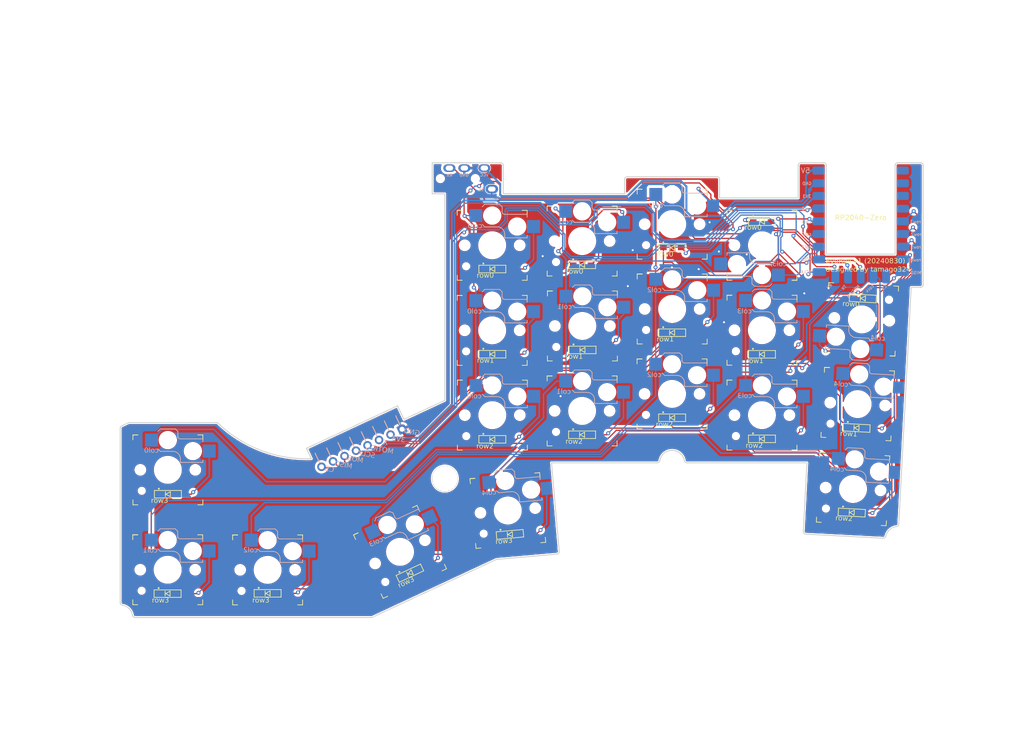
<source format=kicad_pcb>
(kicad_pcb (version 20221018) (generator pcbnew)
  (layers (0 "F.Cu" signal) (31 "B.Cu" signal) (34 "B.Paste" user) (35 "F.Paste" user) (36 "B.SilkS" user "B.Silkscreen") (37 "F.SilkS" user "F.Silkscreen") (38 "B.Mask" user) (39 "F.Mask" user) (44 "Edge.Cuts" user))
  (net 0 "")
  (net 1 "row0")
  (net 2 "Net-(D1-A)")
  (net 3 "Net-(D2-A)")
  (net 4 "Net-(D3-A)")
  (net 5 "row1")
  (net 6 "row2")
  (net 7 "GND")
  (net 8 "VCC")
  (net 9 "3V3")
  (net 10 "row3")
  (net 11 "MOTION")
  (net 12 "SCLK")
  (net 13 "MOSI")
  (net 14 "MISO")
  (net 15 "CS")
  (net 16 "col0")
  (net 17 "col1")
  (net 18 "col2")
  (net 19 "Net-(D4-A)")
  (net 20 "Net-(D5-A)")
  (net 23 "Net-(D6-A)")
  (net 24 "Net-(D7-A)")
  (net 25 "Net-(D8-A)")
  (net 26 "Net-(D9-A)")
  (net 27 "Net-(D10-A)")
  (net 28 "Net-(D11-A)")
  (net 29 "Net-(D12-A)")
  (net 30 "Net-(D13-A)")
  (net 31 "Net-(D14-A)")
  (net 32 "Net-(D15-A)")
  (net 33 "Net-(D16-A)")
  (net 34 "Net-(D17-A)")
  (net 35 "Net-(D18-A)")
  (net 36 "Net-(D19-A)")
  (net 37 "Net-(D20-A)")
  (net 39 "data-tx-r")
  (net 40 "data-rx-r")
  (net 41 "col4")
  (net 42 "col3")
  (footprint "evoroll:RP2040-Zero" (layer "F.Cu") (at 155.585 60.505)
    (fp_text reference "RZ1")
    (fp_text value "RP2040-Zero")
  )
  (footprint "evoroll:MJ-4PP-9" (layer "F.Cu") (at 80.1 39.25 90)
    (fp_text reference "J2")
    (fp_text value "MJ-4PP-9" hide)
  )
  (footprint "evoroll:D3_SMD" (layer "F.Cu") (at 128 87.125)
    (fp_text reference "D13" hide)
    (fp_text value "D" hide)
  )
  (footprint "evoroll:Kailh_socket_PG1350" (layer "F.Cu") (at 109.975 85.75 180)
    (fp_text reference "SW12" hide)
    (fp_text value "SW_PUSH")
  )
  (footprint "evoroll:D3_SMD" (layer "F.Cu") (at 27 122.325)
    (fp_text reference "D17" hide)
    (fp_text value "D" hide)
  )
  (footprint "evoroll:Kailh_socket_PG1350" (layer "F.Cu") (at 165.967343 67.42105 -3)
    (fp_text reference "SW5" hide)
    (fp_text value "SW_PUSH")
  )
  (footprint "evoroll:Kailh_socket_PG1350" (layer "F.Cu") (at 165.134113 84.388246 177)
    (fp_text reference "SW10" hide)
    (fp_text value "SW_PUSH")
  )
  (footprint "evoroll:D3_SMD" (layer "F.Cu") (at 92 57.35)
    (fp_text reference "D1" hide)
    (fp_text value "D" hide)
  )
  (footprint "evoroll:D3_SMD" (layer "F.Cu") (at 95.525 110.475 5)
    (fp_text reference "D20" hide)
    (fp_text value "D" hide)
  )
  (footprint "evoroll:D3_SMD" (layer "F.Cu") (at 75.5 118.225 25)
    (fp_text reference "D19" hide)
    (fp_text value "D" hide)
  )
  (footprint "evoroll:D3_SMD" (layer "F.Cu") (at 128 70.1)
    (fp_text reference "D8" hide)
    (fp_text value "D" hide)
  )
  (footprint "evoroll:D3_SMD" (layer "F.Cu") (at 166.175 63.225 -3)
    (fp_text reference "D5" hide)
    (fp_text value "D" hide)
  )
  (footprint "evoroll:D3_SMD" (layer "F.Cu") (at 92 91.45)
    (fp_text reference "D11" hide)
    (fp_text value "D" hide)
  )
  (footprint "evoroll:D3_SMD" (layer "F.Cu") (at 145.975 91.35)
    (fp_text reference "D14" hide)
    (fp_text value "D" hide)
  )
  (footprint "evoroll:Kailh_socket_PG1350" (layer "F.Cu") (at 91.975 52.6 180)
    (fp_text reference "SW1" hide)
    (fp_text value "SW_PUSH")
  )
  (footprint "evoroll:Kailh_socket_PG1350" (layer "F.Cu") (at 91.975 69.625 180)
    (fp_text reference "SW6" hide)
    (fp_text value "SW_PUSH")
  )
  (footprint "evoroll:Kailh_socket_PG1350" (layer "F.Cu") (at 145.975 69.6 180)
    (fp_text reference "SW9" hide)
    (fp_text value "SW_PUSH")
  )
  (footprint "evoroll:Kailh_socket_PG1350" (layer "F.Cu") (at 145.975 86.6 180)
    (fp_text reference "SW14" hide)
    (fp_text value "SW_PUSH")
  )
  (footprint "evoroll:Kailh_socket_PG1350" (layer "F.Cu") (at 127.975 82.35 180)
    (fp_text reference "SW13" hide)
    (fp_text value "SW_PUSH")
  )
  (footprint "evoroll:D3_SMD" (layer "F.Cu") (at 146 47.875)
    (fp_text reference "D4" hide)
    (fp_text value "D" hide)
  )
  (footprint "evoroll:D3_SMD" (layer "F.Cu") (at 110.05 73.55)
    (fp_text reference "D7" hide)
    (fp_text value "D" hide)
  )
  (footprint "evoroll:Kailh_socket_PG1350" (layer "F.Cu") (at 128.005 65.35 180)
    (fp_text reference "SW8" hide)
    (fp_text value "SW_PUSH")
  )
  (footprint "evoroll:Kailh_socket_PG1350" (layer "F.Cu") (at 128 48.375 180)
    (fp_text reference "SW3" hide)
    (fp_text value "SW_PUSH")
  )
  (footprint "evoroll:Kailh_socket_PG1350" (layer "F.Cu") (at 95.106114 105.691923 -175)
    (fp_text reference "SW20" hide)
    (fp_text value "SW_PUSH")
  )
  (footprint "evoroll:PinSocket_1x08_P2.54mm" (layer "F.Cu") (at 73.925 89.425 -65)
    (fp_text reference "J1" hide)
    (fp_text value "Conn_01x08_Socket")
  )
  (footprint "evoroll:Kailh_socket_PG1350" (layer "F.Cu") (at 27.025 117.55 180)
    (fp_text reference "SW17" hide)
    (fp_text value "SW_PUSH")
  )
  (footprint "evoroll:Kailh_socket_PG1350" (layer "F.Cu") (at 145.975 52.6)
    (fp_text reference "SW4" hide)
    (fp_text value "SW_PUSH")
  )
  (footprint "evoroll:D3_SMD" (layer "F.Cu") (at 128.025 53.1)
    (fp_text reference "D3" hide)
    (fp_text value "D" hide)
  )
  (footprint "evoroll:M2_HOLE_v2_5mm" (layer "F.Cu") (at 82.5 99.3)
    (fp_text reference "Ref**" hide)
    (fp_text value "Val**" hide)
  )
  (footprint "evoroll:Kailh_socket_PG1350" (layer "F.Cu") (at 73.52828 113.967531 -155)
    (fp_text reference "SW19" hide)
    (fp_text value "SW_PUSH")
  )
  (footprint "evoroll:D3_SMD" (layer "F.Cu") (at 163.95 106.1 -3)
    (fp_text reference "D15" hide)
    (fp_text value "D" hide)
  )
  (footprint "evoroll:D3_SMD" (layer "F.Cu") (at 164.9 89.15 -3)
    (fp_text reference "D10" hide)
    (fp_text value "D" hide)
  )
  (footprint "evoroll:Kailh_socket_PG1350" (layer "F.Cu") (at 110.025 68.75 180)
    (fp_text reference "SW7" hide)
    (fp_text value "SW_PUSH")
  )
  (footprint "evoroll:D3_SMD" (layer "F.Cu") (at 109.975 56.525)
    (fp_text reference "D2" hide)
    (fp_text value "D" hide)
  )
  (footprint "evoroll:D3_SMD" (layer "F.Cu") (at 47.025 122.275)
    (fp_text reference "D18" hide)
    (fp_text value "D" hide)
  )
  (footprint "evoroll:Kailh_socket_PG1350" (layer "F.Cu") (at 27.05 97.55 180)
    (fp_text reference "SW16" hide)
    (fp_text value "SW_PUSH")
  )
  (footprint "evoroll:Kailh_socket_PG1350" (layer "F.Cu") (at 109.98 51.75 180)
    (fp_text reference "SW2" hide)
    (fp_text value "SW_PUSH")
  )
  (footprint "evoroll:D3_SMD" (layer "F.Cu") (at 145.975 74.425)
    (fp_text reference "D9" hide)
    (fp_text value "D" hide)
  )
  (footprint "evoroll:D3_SMD" (layer "F.Cu") (at 109.975 90.525)
    (fp_text reference "D12" hide)
    (fp_text value "D" hide)
  )
  (footprint "evoroll:Kailh_socket_PG1350" (layer "F.Cu") (at 164.210592 101.383181 177)
    (fp_text reference "SW15" hide)
    (fp_text value "SW_PUSH")
  )
  (footprint "evoroll:D3_SMD" (layer "F.Cu") (at 92 74.4)
    (fp_text reference "D6" hide)
    (fp_text value "D" hide)
  )
  (footprint "evoroll:Kailh_socket_PG1350" (layer "F.Cu") (at 47.025 117.575 180)
    (fp_text reference "SW18" hide)
    (fp_text value "SW_PUSH")
  )
  (footprint "evoroll:Kailh_socket_PG1350" (layer "F.Cu") (at 92.005 86.6 180)
    (fp_text reference "SW11" hide)
    (fp_text value "SW_PUSH")
  )
  (footprint "evoroll:D3_SMD" (layer "F.Cu") (at 27.05 102.425)
    (fp_text reference "D16" hide)
    (fp_text value "D" hide)
  )
  (gr_line (start 82.485744 83.640674) (end 74.295174 87.459999) (stroke (width 0.2)) (layer "Edge.Cuts"))
  (gr_line (start 158.835744 54.383087) (end 172.635744 54.383087) (stroke (width 0.2)) (layer "Edge.Cuts"))
  (gr_arc (start 17.525001 89.204222) (mid 17.603305 88.935572) (end 17.813691 88.751068) (stroke (width 0.2)) (layer "Edge.Cuts"))
  (gr_arc (start 118.485744 39.383087) (mid 118.632178 39.0295) (end 118.985744 38.883087) (stroke (width 0.2)) (layer "Edge.Cuts"))
  (gr_line (start 130.943784 96.133087) (end 154.975099 96.133087) (stroke (width 0.2)) (layer "Edge.Cuts"))
  (gr_line (start 173.356543 108.43338) (end 175.841947 61.009036) (stroke (width 0.2)) (layer "Edge.Cuts"))
  (gr_line (start 105.393694 113.875324) (end 103.84145 96.133087) (stroke (width 0.2)) (layer "Edge.Cuts"))
  (gr_arc (start 20.48304 127.1) (mid 20.160292 126.981881) (end 19.990034 126.683333) (stroke (width 0.2)) (layer "Edge.Cuts"))
  (gr_line (start 153.235744 43.133087) (end 137.485744 43.133087) (stroke (width 0.2)) (layer "Edge.Cuts"))
  (gr_arc (start 158.335744 36.083087) (mid 158.689313 36.229521) (end 158.835744 36.583087) (stroke (width 0.2)) (layer "Edge.Cuts"))
  (gr_line (start 158.835744 36.583087) (end 158.835744 54.383087) (stroke (width 0.2)) (layer "Edge.Cuts"))
  (gr_line (start 178.235744 60.509036) (end 178.235744 36.583087) (stroke (width 0.2)) (layer "Edge.Cuts"))
  (gr_line (start 79.985744 36.083087) (end 79.985744 42.283087) (stroke (width 0.2)) (layer "Edge.Cuts"))
  (gr_line (start 93.685744 36.083087) (end 79.985744 36.083087) (stroke (width 0.2)) (layer "Edge.Cuts"))
  (gr_line (start 172.635744 54.383087) (end 172.635744 36.583087) (stroke (width 0.2)) (layer "Edge.Cuts"))
  (gr_arc (start 170.761883 110.842261) (mid 170.57624 111.131511) (end 170.247745 111.232554) (stroke (width 0.2)) (layer "Edge.Cuts"))
  (gr_arc (start 125.520711 95.71642) (mid 127.985744 93.633087) (end 130.450777 95.71642) (stroke (width 0.2)) (layer "Edge.Cuts"))
  (gr_line (start 158.335744 36.083087) (end 153.735744 36.083087) (stroke (width 0.2)) (layer "Edge.Cuts"))
  (gr_line (start 73.02732 84.741076) (end 54.810533 93.235703) (stroke (width 0.2)) (layer "Edge.Cuts"))
  (gr_arc (start 154.727084 110.419151) (mid 154.381708 110.25439) (end 154.253938 109.893668) (stroke (width 0.2)) (layer "Edge.Cuts"))
  (gr_line (start 67.904513 127.1) (end 92.831688 115.476267) (stroke (width 0.2)) (layer "Edge.Cuts"))
  (gr_line (start 20.48304 127.1) (end 67.904513 127.1) (stroke (width 0.2)) (layer "Edge.Cuts"))
  (gr_arc (start 105.393694 113.875324) (mid 105.278601 114.24027) (end 104.939175 114.416999) (stroke (width 0.2)) (layer "Edge.Cuts"))
  (gr_circle (center 82.485744 99.33648) (end 84.985744 99.33648) (stroke (width 0.2)) (fill none) (layer "Edge.Cuts"))
  (gr_line (start 103.84145 96.133087) (end 125.027704 96.133087) (stroke (width 0.2)) (layer "Edge.Cuts"))
  (gr_line (start 118.485744 42.283087) (end 94.185744 42.283087) (stroke (width 0.2)) (layer "Edge.Cuts"))
  (gr_line (start 82.485744 42.283087) (end 82.485744 83.640674) (stroke (width 0.2)) (layer "Edge.Cuts"))
  (gr_arc (start 130.943784 96.133087) (mid 130.621027 96.014971) (end 130.450777 95.71642) (stroke (width 0.2)) (layer "Edge.Cuts"))
  (gr_line (start 177.735744 36.083087) (end 173.135744 36.083087) (stroke (width 0.2)) (layer "Edge.Cuts"))
  (gr_line (start 19.109451 88.146846) (end 17.813691 88.751068) (stroke (width 0.2)) (layer "Edge.Cuts"))
  (gr_line (start 54.810533 93.235703) (end 55.785853 95.327284) (stroke (width 0.2)) (layer "Edge.Cuts"))
  (gr_line (start 137.485744 43.133087) (end 137.485744 39.383087) (stroke (width 0.2)) (layer "Edge.Cuts"))
  (gr_arc (start 19.109451 88.146846) (mid 19.21254 88.111852) (end 19.32076 88.1) (stroke (width 0.2)) (layer "Edge.Cuts"))
  (gr_arc (start 177.735744 36.083087) (mid 178.089313 36.229521) (end 178.235744 36.583087) (stroke (width 0.2)) (layer "Edge.Cuts"))
  (gr_arc (start 55.785853 95.327284) (mid 45.641647 93.631074) (end 36.970472 88.1) (stroke (width 0.2)) (layer "Edge.Cuts"))
  (gr_arc (start 178.235744 60.509036) (mid 178.089302 60.862589) (end 177.735744 61.009036) (stroke (width 0.2)) (layer "Edge.Cuts"))
  (gr_line (start 118.485744 39.383087) (end 118.485744 42.283087) (stroke (width 0.2)) (layer "Edge.Cuts"))
  (gr_arc (start 17.941667 124.634966) (mid 19.292768 125.332232) (end 19.990034 126.683333) (stroke (width 0.2)) (layer "Edge.Cuts"))
  (gr_line (start 74.295174 87.459999) (end 73.02732 84.741076) (stroke (width 0.2)) (layer "Edge.Cuts"))
  (gr_line (start 154.975099 96.133087) (end 154.253938 109.893668) (stroke (width 0.2)) (layer "Edge.Cuts"))
  (gr_arc (start 17.941667 124.634966) (mid 17.643119 124.464708) (end 17.525001 124.14196) (stroke (width 0.2)) (layer "Edge.Cuts"))
  (gr_line (start 153.235744 36.583087) (end 153.235744 43.133087) (stroke (width 0.2)) (layer "Edge.Cuts"))
  (gr_line (start 154.727084 110.419151) (end 170.247745 111.232554) (stroke (width 0.2)) (layer "Edge.Cuts"))
  (gr_arc (start 172.635744 36.583087) (mid 172.782178 36.2295) (end 173.135744 36.083087) (stroke (width 0.2)) (layer "Edge.Cuts"))
  (gr_arc (start 153.235744 36.583087) (mid 153.382178 36.2295) (end 153.735744 36.083087) (stroke (width 0.2)) (layer "Edge.Cuts"))
  (gr_line (start 17.525001 89.204222) (end 17.525001 124.14196) (stroke (width 0.2)) (layer "Edge.Cuts"))
  (gr_line (start 92.831688 115.476267) (end 104.939175 114.416999) (stroke (width 0.2)) (layer "Edge.Cuts"))
  (gr_line (start 79.985744 42.283087) (end 82.485744 42.283087) (stroke (width 0.2)) (layer "Edge.Cuts"))
  (gr_line (start 94.185744 42.283087) (end 94.185744 36.583087) (stroke (width 0.2)) (layer "Edge.Cuts"))
  (gr_arc (start 173.356543 108.43338) (mid 173.221714 108.749543) (end 172.914645 108.903905) (stroke (width 0.2)) (layer "Edge.Cuts"))
  (gr_line (start 175.841947 61.009036) (end 177.735744 61.009036) (stroke (width 0.2)) (layer "Edge.Cuts"))
  (gr_arc (start 170.761883 110.842261) (mid 171.528907 109.529515) (end 172.914645 108.903905) (stroke (width 0.2)) (layer "Edge.Cuts"))
  (gr_arc (start 93.685744 36.083087) (mid 94.039313 36.229521) (end 94.185744 36.583087) (stroke (width 0.2)) (layer "Edge.Cuts"))
  (gr_line (start 36.970472 88.1) (end 19.32076 88.1) (stroke (width 0.2)) (layer "Edge.Cuts"))
  (gr_arc (start 136.985744 38.883087) (mid 137.339313 39.029521) (end 137.485744 39.383087) (stroke (width 0.2)) (layer "Edge.Cuts"))
  (gr_arc (start 125.520711 95.71642) (mid 125.350447 96.014959) (end 125.027704 96.133087) (stroke (width 0.2)) (layer "Edge.Cuts"))
  (gr_line (start 136.985744 38.883087) (end 118.985744 38.883087) (stroke (width 0.2)) (layer "Edge.Cuts"))
  (gr_text "col3" (at 143.925 66.4) (layer "B.SilkS") (effects (font (size 1 1) (thickness 0.1875)) (justify left bottom mirror)))
  (gr_text "col1" (at 108.05 48.55) (layer "B.SilkS") (effects (font (size 1 1) (thickness 0.1875)) (justify left bottom mirror)))
  (gr_text "SCLK" (at 154.8 57.925) (layer "B.SilkS") (effects (font (size 0.6 0.6) (thickness 0.1)) (justify mirror)))
  (gr_text "col2" (at 125.85 79.125) (layer "B.SilkS") (effects (font (size 1 1) (thickness 0.1875)) (justify left bottom mirror)))
  (gr_text "GND" (at 154.975 40.25) (layer "B.SilkS") (effects (font (size 0.6 0.6) (thickness 0.1)) (justify mirror)))
  (gr_text "col0" (at 25.2 94.275) (layer "B.SilkS") (effects (font (size 1 1) (thickness 0.1875)) (justify left bottom mirror)))
  (gr_text "col4" (at 163.2 81.1 357) (layer "B.SilkS") (effects (font (size 1 1) (thickness 0.1875)) (justify left bottom mirror)))
  (gr_text "MOSI" (at 154.9 55.4) (layer "B.SilkS") (effects (font (size 0.6 0.6) (thickness 0.1)) (justify mirror)))
  (gr_text "MOTION" (at 164.275 61.85 45) (layer "B.SilkS") (effects (font (size 0.6 0.6) (thickness 0.1)) (justify mirror)))
  (gr_text "3V3" (at 74.475 92.25 350) (layer "B.SilkS") (effects (font (size 1 1) (thickness 0.1875)) (justify left bottom mirror)))
  (gr_text "row0" (at 176.725 55.525) (layer "B.SilkS") (effects (font (size 0.6 0.6) (thickness 0.1)) (justify mirror)))
  (gr_text "CS" (at 60.2 98.2 350) (layer "B.SilkS") (effects (font (size 1 1) (thickness 0.1875)) (justify left bottom mirror)))
  (gr_text "GND" (at 86.35 38.55) (layer "B.SilkS") (effects (font (size 0.6 0.6) (thickness 0.1)) (justify mirror)))
  (gr_text "col2" (at 45.05 114.225) (layer "B.SilkS") (effects (font (size 1 1) (thickness 0.1875)) (justify left bottom mirror)))
  (gr_text "col1" (at 107.925 65.525) (layer "B.SilkS") (effects (font (size 1 1) (thickness 0.1875)) (justify left bottom mirror)))
  (gr_text "col1" (at 154.85 47.85) (layer "B.SilkS") (effects (font (size 0.6 0.6) (thickness 0.1)) (justify mirror)))
  (gr_text "VCC" (at 90.4 38.5) (layer "B.SilkS") (effects (font (size 0.6 0.6) (thickness 0.1)) (justify mirror)))
  (gr_text "col3" (at 154.875 52.95) (layer "B.SilkS") (effects (font (size 0.6 0.6) (thickness 0.1)) (justify mirror)))
  (gr_text "CS" (at 170.425 61.05 45) (layer "B.SilkS") (effects (font (size 0.6 0.6) (thickness 0.1)) (justify mirror)))
  (gr_text "row1" (at 176.75 52.95) (layer "B.SilkS") (effects (font (size 0.6 0.6) (thickness 0.1)) (justify mirror)))
  (gr_text "RX" (at 159.5 60.825 45) (layer "B.SilkS") (effects (font (size 0.6 0.6) (thickness 0.1)) (justify mirror)))
  (gr_text "col3" (at 143.975 83.325) (layer "B.SilkS") (effects (font (size 1 1) (thickness 0.1875)) (justify left bottom mirror)))
  (gr_text "col1" (at 107.725 82.5) (layer "B.SilkS") (effects (font (size 1 1) (thickness 0.1875)) (justify left bottom mirror)))
  (gr_text "MISO" (at 63.85 97.475 350) (layer "B.SilkS") (effects (font (size 1 1) (thickness 0.1875)) (justify left bottom mirror)))
  (gr_text "SCLK" (at 68.425 95.35 350) (layer "B.SilkS") (effects (font (size 1 1) (thickness 0.1875)) (justify left bottom mirror)))
  (gr_text "col3" (at 150.925 56.925) (layer "B.SilkS") (effects (font (size 1 1) (thickness 0.1875)) (justify left bottom mirror)))
  (gr_text "col4" (at 170.575 71.875 357) (layer "B.SilkS") (effects (font (size 1 1) (thickness 0.1875)) (justify left bottom mirror)))
  (gr_text "col2" (at 125.875 62.15) (layer "B.SilkS") (effects (font (size 1 1) (thickness 0.1875)) (justify left bottom mirror)))
  (gr_text "TX" (at 162.4 61.075 45) (layer "B.SilkS") (effects (font (size 0.6 0.6) (thickness 0.1)) (justify mirror)))
  (gr_text "col0" (at 89.975 49.325) (layer "B.SilkS") (effects (font (size 1 1) (thickness 0.1875)) (justify left bottom mirror)))
  (gr_text "TX" (at 89.8 41.5) (layer "B.SilkS") (effects (font (size 0.6 0.6) (thickness 0.1)) (justify mirror)))
  (gr_text "col1" (at 24.975 114.275) (layer "B.SilkS") (effects (font (size 1 1) (thickness 0.1875)) (justify left bottom mirror)))
  (gr_text "3V3" (at 154.975 42.8) (layer "B.SilkS") (effects (font (size 0.6 0.6) (thickness 0.1)) (justify mirror)))
  (gr_text "MISO" (at 176.775 58.1) (layer "B.SilkS") (effects (font (size 0.6 0.6) (thickness 0.1)) (justify mirror)))
  (gr_text "col2" (at 154.875 50.35) (layer "B.SilkS") (effects (font (size 0.6 0.6) (thickness 0.1)) (justify mirror)))
  (gr_text "col3" (at 70.3 111.9 25) (layer "B.SilkS") (effects (font (size 1 1) (thickness 0.1875)) (justify left bottom mirror)))
  (gr_text "RX" (at 83.425 38.6) (layer "B.SilkS") (effects (font (size 0.6 0.6) (thickness 0.1)) (justify mirror)))
  (gr_text "MOTION" (at 72.1 94.525 350) (layer "B.SilkS") (effects (font (size 1 1) (thickness 0.1875)) (justify left bottom mirror)))
  (gr_text "col0" (at 89.825 83.4) (layer "B.SilkS") (effects (font (size 1 1) (thickness 0.1875)) (justify left bottom mirror)))
  (gr_text "col4" (at 162.4 98.1 357) (layer "B.SilkS") (effects (font (size 1 1) (thickness 0.1875)) (justify left bottom mirror)))
  (gr_text "X" (at 71 92.75 350) (layer "B.SilkS") (effects (font (size 1 1) (thickness 0.1875)) (justify left bottom mirror)))
  (gr_text "col4" (at 92.825 102.6 5) (layer "B.SilkS") (effects (font (size 1 1) (thickness 0.1875)) (justify left bottom mirror)))
  (gr_text "GND" (at 77.375 90.875 -10) (layer "B.SilkS") (effects (font (size 1 1) (thickness 0.1875)) (justify left bottom mirror)))
  (gr_text "MOSI" (at 66.05 96.325 350) (layer "B.SilkS") (effects (font (size 1 1) (thickness 0.1875)) (justify left bottom mirror)))
  (gr_text "row2" (at 176.85 50.4) (layer "B.SilkS") (effects (font (size 0.6 0.6) (thickness 0.1)) (justify mirror)))
  (gr_text "row3" (at 176.725 47.875) (layer "B.SilkS") (effects (font (size 0.6 0.6) (thickness 0.1)) (justify mirror)))
  (gr_text "col2" (at 126.15 45.275) (layer "B.SilkS") (effects (font (size 1 1) (thickness 0.1875)) (justify left bottom mirror)))
  (gr_text "col0" (at 89.875 66.425) (layer "B.SilkS") (effects (font (size 1 1) (thickness 0.1875)) (justify left bottom mirror)))
  (gr_text "col0" (at 154.9 45.275) (layer "B.SilkS") (effects (font (size 0.6 0.6) (thickness 0.1)) (justify mirror)))
  (gr_text "col4" (at 167.55 61.275 45) (layer "B.SilkS") (effects (font (size 0.6 0.6) (thickness 0.1)) (justify mirror)))
  (gr_text "row1" (at 142.85 76.35) (layer "F.SilkS") (effects (font (size 1 1) (thickness 0.1875)) (justify left bottom)))
  (gr_text "row0" (at 142.475 49.65) (layer "F.SilkS") (effects (font (size 1 1) (thickness 0.1875)) (justify left bottom)))
  (gr_text "row0" (at 162.05 64.9 357) (layer "F.SilkS") (effects (font (size 1 1) (thickness 0.1875)) (justify left bottom)))
  (gr_text "row0" (at 124.8 55.025) (layer "F.SilkS") (effects (font (size 1 1) (thickness 0.1875)) (justify left bottom)))
  (gr_text "row3" (at 73.45 121.35 25) (layer "F.SilkS") (effects (font (size 1 1) (thickness 0.1875)) (justify left bottom)))
  (gr_text "row2" (at 124.725 89.075) (layer "F.SilkS") (effects (font (size 1 1) (thickness 0.1875)) (justify left bottom)))
  (gr_text "row1" (at 161.6 90.875 357) (layer "F.SilkS") (effects (font (size 1 1) (thickness 0.1875)) (justify left bottom)))
  (gr_text "row1" (at 124.9 72.025) (layer "F.SilkS") (effects (font (size 1 1) (thickness 0.1875)) (justify left bottom)))
  (gr_text "row2" (at 106.65 92.5) (layer "F.SilkS") (effects (font (size 1 1) (thickness 0.1875)) (justify left bottom)))
  (gr_text "row0" (at 88.875 59.25) (layer "F.SilkS") (effects (font (size 1 1) (thickness 0.1875)) (justify left bottom)))
  (gr_text "row1" (at 88.925 76.275) (layer "F.SilkS") (effects (font (size 1 1) (thickness 0.1875)) (justify left bottom)))
  (gr_text "row3" (at 43.95 124.275) (layer "F.SilkS") (effects (font (size 1 1) (thickness 0.1875)) (justify left bottom)))
  (gr_text "row3" (at 92.675 112.575 5) (layer "F.SilkS") (effects (font (size 1 1) (thickness 0.1875)) (justify left bottom)))
  (gr_text "row1" (at 106.7 75.475) (layer "F.SilkS") (effects (font (size 1 1) (thickness 0.1875)) (justify left bottom)))
  (gr_text "row3" (at 23.675 104.325) (layer "F.SilkS") (effects (font (size 1 1) (thickness 0.1875)) (justify left bottom)))
  (gr_text "row2" (at 88.8 93.45) (layer "F.SilkS") (effects (font (size 1 1) (thickness 0.1875)) (justify left bottom)))
  (gr_text "row2" (at 160.65 107.8 357) (layer "F.SilkS") (effects (font (size 1 1) (thickness 0.1875)) (justify left bottom)))
  (gr_text "EvoRoll v1 (20240830)\ndesigned by tamago324\n" (at 158.725 58.05) (layer "F.SilkS") (effects (font (size 1 1)) (justify left bottom)))
  (gr_text "row3" (at 23.85 124.275) (layer "F.SilkS") (effects (font (size 1 1) (thickness 0.1875)) (justify left bottom)))
  (gr_text "row2" (at 142.725 93.3) (layer "F.SilkS") (effects (font (size 1 1) (thickness 0.1875)) (justify left bottom)))
  (gr_text "row0" (at 106.775 58.45) (layer "F.SilkS") (effects (font (size 1 1) (thickness 0.1875)) (justify left bottom)))
  (segment (start 175.625 57.315812) (end 171.865812 61.075) (width 0.25) (layer "F.Cu") (net 1))
  (segment (start 141.975 58.625) (end 144.625 55.975) (width 0.25) (layer "F.Cu") (net 1))
  (segment (start 147.575 55.975) (end 149.325 54.225) (width 0.25) (layer "F.Cu") (net 1))
  (segment (start 91.025 58.15) (end 90.225 57.35) (width 0.25) (layer "F.Cu") (net 1))
  (segment (start 126.25 56.475305) (end 124.975305 57.75) (width 0.25) (layer "F.Cu") (net 1))
  (segment (start 144.625 55.975) (end 147.575 55.975) (width 0.25) (layer "F.Cu") (net 1))
  (segment (start 149.225 54.125) (end 158.232104 63.132104) (width 0.25) (layer "F.Cu") (net 1))
  (segment (start 148.775 50.3745) (end 149.225 50.8245) (width 0.25) (layer "F.Cu") (net 1))
  (segment (start 106.575 58.15) (end 91.025 58.15) (width 0.25) (layer "F.Cu") (net 1))
  (segment (start 142.9 47.875) (end 144.225 47.875) (width 0.25) (layer "F.Cu") (net 1))
  (segment (start 171.865812 61.075) (end 167.475305 61.075) (width 0.25) (layer "F.Cu") (net 1))
  (segment (start 175.625 54.575) (end 175.625 57.315812) (width 0.25) (layer "F.Cu") (net 1))
  (segment (start 158.232104 63.132104) (end 164.402433 63.132104) (width 0.25) (layer "F.Cu") (net 1))
  (segment (start 149.225 50.8245) (end 149.225 54.125) (width 0.25) (layer "F.Cu") (net 1))
  (segment (start 130.575305 58.625) (end 141.975 58.625) (width 0.25) (layer "F.Cu") (net 1))
  (segment (start 142.575 47.55) (end 142.9 47.875) (width 0.25) (layer "F.Cu") (net 1))
  (segment (start 108.2 56.525) (end 106.575 58.15) (width 0.25) (layer "F.Cu") (net 1))
  (segment (start 126.25 56.025) (end 127.975305 56.025) (width 0.25) (layer "F.Cu") (net 1))
  (segment (start 124.975305 57.75) (end 106.975 57.75) (width 0.25) (layer "F.Cu") (net 1))
  (segment (start 126.25 53.1) (end 126.25 56.475305) (width 0.25) (layer "F.Cu") (net 1))
  (segment (start 167.475305 61.075) (end 165.418201 63.132104) (width 0.25) (layer "F.Cu") (net 1))
  (segment (start 127.975305 56.025) (end 130.575305 58.625) (width 0.25) (layer "F.Cu") (net 1))
  (segment (start 165.418201 63.132104) (end 164.402433 63.132104) (width 0.25) (layer "F.Cu") (net 1))
  (segment (start 106.975 57.75) (end 106.925 57.8) (width 0.25) (layer "F.Cu") (net 1))
  (via (at 148.775 50.3745) (size 0.8) (drill 0.4) (layers "F.Cu" "B.Cu") (net 1))
  (via (at 175.625 54.575) (size 0.8) (drill 0.4) (layers "F.Cu" "B.Cu") (net 1))
  (via (at 142.575 47.55) (size 0.8) (drill 0.4) (layers "F.Cu" "B.Cu") (net 1))
  (segment (start 149.175 48.825) (end 147.475 47.125) (width 0.25) (layer "B.Cu") (net 1))
  (segment (start 147.475 47.125) (end 143 47.125) (width 0.25) (layer "B.Cu") (net 1))
  (segment (start 143 47.125) (end 142.575 47.55) (width 0.25) (layer "B.Cu") (net 1))
  (segment (start 174.975 55.425) (end 173.365 55.425) (width 0.25) (layer "B.Cu") (net 1))
  (segment (start 149.175 49.9745) (end 149.175 48.825) (width 0.25) (layer "B.Cu") (net 1))
  (segment (start 148.775 50.3745) (end 149.175 49.9745) (width 0.25) (layer "B.Cu") (net 1))
  (segment (start 175.625 54.775) (end 174.975 55.425) (width 0.25) (layer "B.Cu") (net 1))
  (segment (start 175.625 54.575) (end 175.625 54.775) (width 0.25) (layer "B.Cu") (net 1))
  (segment (start 93.775 57.35) (end 98.325 57.35) (width 0.25) (layer "F.Cu") (net 2))
  (segment (start 98.325 57.35) (end 98.55 57.125) (width 0.25) (layer "F.Cu") (net 2))
  (via (at 98.55 57.125) (size 0.8) (drill 0.4) (layers "F.Cu" "B.Cu") (net 2))
  (segment (start 100.25 55.425) (end 98.55 57.125) (width 0.25) (layer "B.Cu") (net 2))
  (segment (start 100.25 48.85) (end 100.25 55.425) (width 0.25) (layer "B.Cu") (net 2))
  (segment (start 118 45.925) (end 117.525 45.45) (width 0.25) (layer "F.Cu") (net 3))
  (segment (start 111.975 49) (end 113.275 50.3) (width 0.25) (layer "F.Cu") (net 3))
  (segment (start 117.525 45.45) (end 114.25 45.45) (width 0.25) (layer "F.Cu") (net 3))
  (segment (start 111.975 47.725) (end 111.975 49) (width 0.25) (layer "F.Cu") (net 3))
  (segment (start 113.275 55) (end 111.75 56.525) (width 0.25) (layer "F.Cu") (net 3))
  (segment (start 113.275 50.3) (end 113.275 55) (width 0.25) (layer "F.Cu") (net 3))
  (segment (start 114.25 45.45) (end 111.975 47.725) (width 0.25) (layer "F.Cu") (net 3))
  (via (at 118 45.925) (size 0.8) (drill 0.4) (layers "F.Cu" "B.Cu") (net 3))
  (segment (start 118.255 48) (end 118.255 46.18) (width 0.25) (layer "B.Cu") (net 3))
  (segment (start 118.255 46.18) (end 118 45.925) (width 0.25) (layer "B.Cu") (net 3))
  (segment (start 140.175 48.25) (end 140.175 49.375) (width 0.25) (layer "F.Cu") (net 4))
  (segment (start 130.725 54.175) (end 130.725 54.025) (width 0.25) (layer "F.Cu") (net 4))
  (segment (start 133.275 41.35) (end 140.175 48.25) (width 0.25) (layer "F.Cu") (net 4))
  (segment (start 133.275 41.2745) (end 133.275 41.35) (width 0.25) (layer "F.Cu") (net 4))
  (segment (start 130.725 54.025) (end 129.8 53.1) (width 0.25) (layer "F.Cu") (net 4))
  (via (at 140.175 49.375) (size 0.8) (drill 0.4) (layers "F.Cu" "B.Cu") (net 4))
  (via (at 130.725 54.175) (size 0.8) (drill 0.4) (layers "F.Cu" "B.Cu") (net 4))
  (via (at 133.275 41.2745) (size 0.8) (drill 0.4) (layers "F.Cu" "B.Cu") (net 4))
  (segment (start 133.275 41.625) (end 136.275 44.625) (width 0.25) (layer "B.Cu") (net 4))
  (segment (start 135.536396 53.425) (end 131.475 53.425) (width 0.25) (layer "B.Cu") (net 4))
  (segment (start 140.175 49.375) (end 139.586396 49.375) (width 0.25) (layer "B.Cu") (net 4))
  (segment (start 139.586396 49.375) (end 135.536396 53.425) (width 0.25) (layer "B.Cu") (net 4))
  (segment (start 133.275 41.2745) (end 133.275 41.625) (width 0.25) (layer "B.Cu") (net 4))
  (segment (start 131.475 53.425) (end 130.725 54.175) (width 0.25) (layer "B.Cu") (net 4))
  (segment (start 91.025 75.2) (end 106.625 75.2) (width 0.25) (layer "F.Cu") (net 5))
  (segment (start 172.052208 61.525) (end 176.425 57.152208) (width 0.25) (layer "F.Cu") (net 5))
  (segment (start 107.475 74.35) (end 123.875 74.35) (width 0.25) (layer "F.Cu") (net 5))
  (segment (start 106.625 75.2) (end 108.275 73.55) (width 0.25) (layer "F.Cu") (net 5))
  (segment (start 143.475 76.25) (end 154.975 76.25) (width 0.25) (layer "F.Cu") (net 5))
  (segment (start 161.509325 82.784325) (end 161.509325 87.438996) (width 0.25) (layer "F.Cu") (net 5))
  (segment (start 144.2 75.525) (end 143.475 76.25) (width 0.25) (layer "F.Cu") (net 5))
  (segment (start 141.05 76.25) (end 143.475 76.25) (width 0.25) (layer "F.Cu") (net 5))
  (segment (start 170.15 61.525) (end 172.052208 61.525) (width 0.25) (layer "F.Cu") (net 5))
  (segment (start 90.225 74.4) (end 91.025 75.2) (width 0.25) (layer "F.Cu") (net 5))
  (segment (start 176.425 57.152208) (end 176.425 52.075) (width 0.25) (layer "F.Cu") (net 5))
  (segment (start 161.3 74.225) (end 161.311396 74.225) (width 0.25) (layer "F.Cu") (net 5))
  (segment (start 161.509325 87.438996) (end 163.127433 89.057104) (width 0.25) (layer "F.Cu") (net 5))
  (segment (start 159 80.275) (end 159 76.525) (width 0.25) (layer "F.Cu") (net 5))
  (segment (start 159 80.275) (end 161.509325 82.784325) (width 0.25) (layer "F.Cu") (net 5))
  (segment (start 169.625 69.699999) (end 169.625 62.05) (width 0.25) (layer "F.Cu") (net 5))
  (segment (start 136.8 72) (end 141.05 76.25) (width 0.25) (layer "F.Cu") (net 5))
  (segment (start 168.149999 71.175) (end 169.625 69.699999) (width 0.25) (layer "F.Cu") (net 5))
  (segment (start 176.425 52.075) (end 175.925 51.575) (width 0.25) (layer "F.Cu") (net 5))
  (segment (start 126.225 72) (end 126.225 70.1) (width 0.25) (layer "F.Cu") (net 5))
  (segment (start 169.625 62.05) (end 170.15 61.525) (width 0.25) (layer "F.Cu") (net 5))
  (segment (start 154.975 76.25) (end 159 80.275) (width 0.25) (layer "F.Cu") (net 5))
  (segment (start 126.225 72) (end 136.8 72) (width 0.25) (layer "F.Cu") (net 5))
  (segment (start 107.325 74.5) (end 107.475 74.35) (width 0.25) (layer "F.Cu") (net 5))
  (segment (start 164.361396 71.175) (end 168.149999 71.175) (width 0.25) (layer "F.Cu") (net 5))
  (segment (start 159 76.525) (end 161.3 74.225) (width 0.25) (layer "F.Cu") (net 5))
  (segment (start 161.311396 74.225) (end 164.361396 71.175) (width 0.25) (layer "F.Cu") (net 5))
  (segment (start 144.2 74.425) (end 144.2 75.525) (width 0.25) (layer "F.Cu") (net 5))
  (segment (start 123.875 74.35) (end 126.225 72) (width 0.25) (layer "F.Cu") (net 5))
  (via (at 175.925 51.575) (size 0.8) (drill 0.4) (layers "F.Cu" "B.Cu") (net 5))
  (segment (start 174.615 52.885) (end 175.925 51.575) (width 0.25) (layer "B.Cu") (net 5))
  (segment (start 173.365 52.885) (end 174.615 52.885) (width 0.25) (layer "B.Cu") (net 5))
  (segment (start 109.525 89.2) (end 108.2 90.525) (width 0.25) (layer "F.Cu") (net 6))
  (segment (start 124.15 89.2) (end 109.525 89.2) (width 0.25) (layer "F.Cu") (net 6))
  (segment (start 160.7 104.529671) (end 160.7 97.1) (width 0.25) (layer "F.Cu") (net 6))
  (segment (start 144.736396 93.55) (end 144.2 93.013604) (width 0.25) (layer "F.Cu") (net 6))
  (segment (start 141.975 89.125) (end 128.225 89.125) (width 0.25) (layer "F.Cu") (net 6))
  (segment (start 173.25 60.963604) (end 173.25 69.288604) (width 0.25) (layer "F.Cu") (net 6))
  (segment (start 172.525 70.013604) (end 172.525 89.363604) (width 0.25) (layer "F.Cu") (net 6))
  (segment (start 144.2 91.35) (end 141.975 89.125) (width 0.25) (layer "F.Cu") (net 6))
  (segment (start 126.225 87.125) (end 124.15 89.2) (width 0.25) (layer "F.Cu") (net 6))
  (segment (start 176.2 49) (end 176.875 49.675) (width 0.25) (layer "F.Cu") (net 6))
  (segment (start 172.525 89.363604) (end 171.525 90.363604) (width 0.25) (layer "F.Cu") (net 6))
  (segment (start 176.875 49.675) (end 176.875 57.338604) (width 0.25) (layer "F.Cu") (net 6))
  (segment (start 162.177433 106.007104) (end 160.7 104.529671) (width 0.25) (layer "F.Cu") (net 6))
  (segment (start 176.2 49) (end 176.05 48.85) (width 0.25) (layer "F.Cu") (net 6))
  (segment (start 106.475 92.25) (end 91.025 92.25) (width 0.25) (layer "F.Cu") (net 6))
  (segment (start 108.2 90.525) (end 106.475 92.25) (width 0.25) (layer "F.Cu") (net 6))
  (segment (start 160.7 97.1) (end 157.15 93.55) (width 0.25) (layer "F.Cu") (net 6))
  (segment (start 162.825008 105.359529) (end 162.177433 106.007104) (width 0.25) (layer "F.Cu") (net 6))
  (segment (start 128.225 89.125) (end 126.225 87.125) (width 0.25) (layer "F.Cu") (net 6))
  (segment (start 144.2 93.013604) (end 144.2 91.35) (width 0.25) (layer "F.Cu") (net 6))
  (segment (start 171.525 90.363604) (end 171.525 103.713604) (width 0.25) (layer "F.Cu") (net 6))
  (segment (start 169.879075 105.359529) (end 162.825008 105.359529) (width 0.25) (layer "F.Cu") (net 6))
  (segment (start 173.25 69.288604) (end 172.525 70.013604) (width 0.25) (layer "F.Cu") (net 6))
  (segment (start 171.525 103.713604) (end 169.879075 105.359529) (width 0.25) (layer "F.Cu") (net 6))
  (segment (start 91.025 92.25) (end 90.225 91.45) (width 0.25) (layer "F.Cu") (net 6))
  (segment (start 157.15 93.55) (end 144.736396 93.55) (width 0.25) (layer "F.Cu") (net 6))
  (segment (start 176.875 57.338604) (end 173.25 60.963604) (width 0.25) (layer "F.Cu") (net 6))
  (via (at 176.2 49) (size 0.8) (drill 0.4) (layers "F.Cu" "B.Cu") (net 6))
  (segment (start 176.2 49) (end 174.855 50.345) (width 0.25) (layer "B.Cu") (net 6))
  (segment (start 174.855 50.345) (end 173.365 50.345) (width 0.25) (layer "B.Cu") (net 6))
  (via (at 133.3 57.375) (size 0.8) (drill 0.4) (layers "F.Cu" "B.Cu") (net 7))
  (via (at 120.1 53.575) (size 0.8) (drill 0.4) (layers "F.Cu" "B.Cu") (net 7))
  (via (at 135.5 48) (size 0.8) (drill 0.4) (layers "F.Cu" "B.Cu") (net 7))
  (via (at 105.660746 82.805634) (size 0.8) (drill 0.4) (layers "F.Cu" "B.Cu") (net 7))
  (via (at 102.075 54.775) (size 0.8) (drill 0.4) (layers "F.Cu" "B.Cu") (net 7))
  (via (at 159.3 61.2) (size 0.8) (drill 0.4) (layers "F.Cu" "B.Cu") (net 7))
  (via (at 138.375 68) (size 0.8) (drill 0.4) (layers "F.Cu" "B.Cu") (net 7))
  (via (at 154.45 62.225) (size 0.8) (drill 0.4) (layers "F.Cu" "B.Cu") (net 7))
  (via (at 127.95 57.025) (size 0.8) (drill 0.4) (layers "F.Cu" "B.Cu") (net 7))
  (via (at 137.35 53.85) (size 0.8) (drill 0.4) (layers "F.Cu" "B.Cu") (net 7))
  (via (at 119.125 60.775) (size 0.8) (drill 0.4) (layers "F.Cu" "B.Cu") (net 7))
  (via (at 142.925 54.425) (size 0.8) (drill 0.4) (layers "F.Cu" "B.Cu") (net 7))
  (segment (start 93.201472 43.025) (end 87.05 43.025) (width 0.4) (layer "B.Cu") (net 7))
  (segment (start 131.525 47.325) (end 131.501472 47.325) (width 0.4) (layer "B.Cu") (net 7))
  (segment (start 155.4 41.4) (end 155.4 43.125) (width 0.4) (layer "B.Cu") (net 7))
  (segment (start 154.1 44.425) (end 140.723528 44.425) (width 0.4) (layer "B.Cu") (net 7))
  (segment (start 156.615 40.185) (end 155.4 41.4) (width 0.4) (layer "B.Cu") (net 7))
  (segment (start 155.4 43.125) (end 154.1 44.425) (width 0.4) (layer "B.Cu") (net 7))
  (segment (start 86.025 43.025) (end 83.3 45.75) (width 0.4) (layer "B.Cu") (net 7))
  (segment (start 134.898528 50.25) (end 132.275 50.25) (width 0.4) (layer "B.Cu") (net 7))
  (segment (start 87.05 43.025) (end 86.375 42.35) (width 0.4) (layer "B.Cu") (net 7))
  (segment (start 131.525 49.5) (end 131.525 47.325) (width 0.4) (layer "B.Cu") (net 7))
  (segment (start 132.275 50.25) (end 131.525 49.5) (width 0.4) (layer "B.Cu") (net 7))
  (segment (start 129.375 40.35) (end 122.248528 40.35) (width 0.4) (layer "B.Cu") (net 7))
  (segment (start 140.723528 44.425) (end 134.898528 50.25) (width 0.4) (layer "B.Cu") (net 7))
  (segment (start 77.175 90.4) (end 74.9 90.4) (width 0.4) (layer "B.Cu") (net 7))
  (segment (start 93.701472 43.525) (end 93.201472 43.025) (width 0.4) (layer "B.Cu") (net 7))
  (segment (start 87.05 43.025) (end 86.025 43.025) (width 0.4) (layer "B.Cu") (net 7))
  (segment (start 86.375 42.35) (end 86.375 37.075) (width 0.4) (layer "B.Cu") (net 7))
  (segment (start 122.248528 40.35) (end 119.073528 43.525) (width 0.4) (layer "B.Cu") (net 7))
  (segment (start 83.3 84.275) (end 77.175 90.4) (width 0.4) (layer "B.Cu") (net 7))
  (segment (start 119.073528 43.525) (end 93.701472 43.525) (width 0.4) (layer "B.Cu") (net 7))
  (segment (start 83.3 45.75) (end 83.3 84.275) (width 0.4) (layer "B.Cu") (net 7))
  (segment (start 130.225 46.048528) (end 130.225 41.2) (width 0.4) (layer "B.Cu") (net 7))
  (segment (start 131.501472 47.325) (end 130.225 46.048528) (width 0.4) (layer "B.Cu") (net 7))
  (segment (start 130.225 41.2) (end 129.375 40.35) (width 0.4) (layer "B.Cu") (net 7))
  (segment (start 158.125 40.185) (end 156.615 40.185) (width 0.4) (layer "B.Cu") (net 7))
  (segment (start 74.9 90.4) (end 73.925 89.425) (width 0.4) (layer "B.Cu") (net 7))
  (segment (start 131.75 46.725) (end 130.85 45.825) (width 0.4) (layer "B.Cu") (net 8))
  (segment (start 118.825 42.925) (end 93.95 42.925) (width 0.4) (layer "B.Cu") (net 8))
  (segment (start 129.775 39.75) (end 122 39.75) (width 0.4) (layer "B.Cu") (net 8))
  (segment (start 155.755 37.645) (end 154.8 38.6) (width 0.4) (layer "B.Cu") (net 8))
  (segment (start 93.95 42.925) (end 93.575 42.55) (width 0.4) (layer "B.Cu") (net 8))
  (segment (start 158.125 37.645) (end 155.755 37.645) (width 0.4) (layer "B.Cu") (net 8))
  (segment (start 140.475 43.825) (end 137.575 46.725) (width 0.4) (layer "B.Cu") (net 8))
  (segment (start 93.575 40.275) (end 90.375 37.075) (width 0.4) (layer "B.Cu") (net 8))
  (segment (start 153.85 43.825) (end 140.475 43.825) (width 0.4) (layer "B.Cu") (net 8))
  (segment (start 137.575 46.725) (end 131.75 46.725) (width 0.4) (layer "B.Cu") (net 8))
  (segment (start 154.8 38.6) (end 154.8 42.875) (width 0.4) (layer "B.Cu") (net 8))
  (segment (start 93.575 42.55) (end 93.575 40.275) (width 0.4) (layer "B.Cu") (net 8))
  (segment (start 122 39.75) (end 118.825 42.925) (width 0.4) (layer "B.Cu") (net 8))
  (segment (start 154.8 42.875) (end 153.85 43.825) (width 0.4) (layer "B.Cu") (net 8))
  (segment (start 130.85 45.825) (end 130.85 40.825) (width 0.4) (layer "B.Cu") (net 8))
  (segment (start 130.85 40.825) (end 129.775 39.75) (width 0.4) (layer "B.Cu") (net 8))
  (segment (start 93.452944 44.125) (end 101.63 44.125) (width 0.4) (layer "B.Cu") (net 9))
  (segment (start 156.648528 42.725) (end 158.125 42.725) (width 0.4) (layer "B.Cu") (net 9))
  (segment (start 122.775 44.5) (end 124.45 46.175) (width 0.4) (layer "B.Cu") (net 9))
  (segment (start 77.298528 91.125) (end 83.9 84.523528) (width 0.4) (layer "B.Cu") (net 9))
  (segment (start 154.273528 45.1) (end 156.648528 42.725) (width 0.4) (layer "B.Cu") (net 9))
  (segment (start 124.45 49.775) (end 126.225 51.55) (width 0.4) (layer "B.Cu") (net 9))
  (segment (start 72.249528 91.125) (end 77.298528 91.125) (width 0.4) (layer "B.Cu") (net 9))
  (segment (start 134.6 51.55) (end 141.05 45.1) (width 0.4) (layer "B.Cu") (net 9))
  (segment (start 126.225 51.55) (end 134.6 51.55) (width 0.4) (layer "B.Cu") (net 9))
  (segment (start 113.15 44.5) (end 122.775 44.5) (width 0.4) (layer "B.Cu") (net 9))
  (segment (start 101.63 44.125) (end 105.48 47.975) (width 0.4) (layer "B.Cu") (net 9))
  (segment (start 111.325 47.975) (end 112.4 46.9) (width 0.4) (layer "B.Cu") (net 9))
  (segment (start 86.273528 43.625) (end 92.952944 43.625) (width 0.4) (layer "B.Cu") (net 9))
  (segment (start 83.9 45.998528) (end 86.273528 43.625) (width 0.4) (layer "B.Cu") (net 9))
  (segment (start 71.622978 90.49845) (end 72.249528 91.125) (width 0.4) (layer "B.Cu") (net 9))
  (segment (start 105.48 47.975) (end 111.325 47.975) (width 0.4) (layer "B.Cu") (net 9))
  (segment (start 141.05 45.1) (end 154.273528 45.1) (width 0.4) (layer "B.Cu") (net 9))
  (segment (start 112.4 46.9) (end 112.4 45.25) (width 0.4) (layer "B.Cu") (net 9))
  (segment (start 112.4 45.25) (end 113.15 44.5) (width 0.4) (layer "B.Cu") (net 9))
  (segment (start 83.9 84.523528) (end 83.9 45.998528) (width 0.4) (layer "B.Cu") (net 9))
  (segment (start 92.952944 43.625) (end 93.452944 44.125) (width 0.4) (layer "B.Cu") (net 9))
  (segment (start 124.45 46.175) (end 124.45 49.775) (width 0.4) (layer "B.Cu") (net 9))
  (segment (start 93.756754 110.629701) (end 89.936455 114.45) (width 0.25) (layer "F.Cu") (net 10))
  (segment (start 160.25 97.475) (end 160.25 104.716067) (width 0.25) (layer "F.Cu") (net 10))
  (segment (start 98.3 92.7) (end 106.661396 92.7) (width 0.25) (layer "F.Cu") (net 10))
  (segment (start 46.175 121.35) (end 45.25 122.275) (width 0.25) (layer "F.Cu") (net 10))
  (segment (start 93.756754 110.629701) (end 93.756754 109.306754) (width 0.25) (layer "F.Cu") (net 10))
  (segment (start 23.725 120.825) (end 23.725 103.975) (width 0.25) (layer "F.Cu") (net 10))
  (segment (start 25.225 122.325) (end 23.725 120.825) (width 0.25) (layer "F.Cu") (net 10))
  (segment (start 53.400305 121.35) (end 46.175 121.35) (width 0.25) (layer "F.Cu") (net 10))
  (segment (start 23.725 103.975) (end 25.275 102.425) (width 0.25) (layer "F.Cu") (net 10))
  (segment (start 106.661396 92.7) (end 107.986396 91.375) (width 0.25) (layer "F.Cu") (net 10))
  (segment (start 91.725 107.275) (end 91.725 99.275) (width 0.25) (layer "F.Cu") (net 10))
  (segment (start 44.4 123.125) (end 26.025 123.125) (width 0.25) (layer "F.Cu") (net 10))
  (segment (start 116.800305 89.65) (end 141.863604 89.65) (width 0.25) (layer "F.Cu") (net 10))
  (segment (start 26.025 123.125) (end 25.225 122.325) (width 0.25) (layer "F.Cu") (net 10))
  (segment (start 156.775 94) (end 160.25 97.475) (width 0.25) (layer "F.Cu") (net 10))
  (segment (start 161.622672 107.026263) (end 168.848737 107.026263) (width 0.25) (layer "F.Cu") (net 10))
  (segment (start 177.325 57.525) (end 177.325 46.75) (width 0.25) (layer "F.Cu") (net 10))
  (segment (start 160.25 104.716067) (end 161.178464 105.644531) (width 0.25) (layer "F.Cu") (net 10))
  (segment (start 171.975 90.55) (end 172.975 89.55) (width 0.25) (layer "F.Cu") (net 10))
  (segment (start 161.178464 106.582055) (end 161.622672 107.026263) (width 0.25) (layer "F.Cu") (net 10))
  (segment (start 141.863604 89.65) (end 143.225 91.011396) (width 0.25) (layer "F.Cu") (net 10))
  (segment (start 53.425305 121.375) (end 53.400305 121.35) (width 0.25) (layer "F.Cu") (net 10))
  (segment (start 168.848737 107.026263) (end 171.975 103.9) (width 0.25) (layer "F.Cu") (net 10))
  (segment (start 177.325 46.75) (end 176.35 45.775) (width 0.25) (layer "F.Cu") (net 10))
  (segment (start 115.075305 91.375) (end 116.800305 89.65) (width 0.25) (layer "F.Cu") (net 10))
  (segment (start 71.491451 121.375) (end 53.425305 121.375) (width 0.25) (layer "F.Cu") (net 10))
  (segment (start 143.225 91.011396) (end 143.225 92.675) (width 0.25) (layer "F.Cu") (net 10))
  (segment (start 173.7 69.475) (end 173.7 61.15) (width 0.25) (layer "F.Cu") (net 10))
  (segment (start 45.25 122.275) (end 44.4 123.125) (width 0.25) (layer "F.Cu") (net 10))
  (segment (start 78.416451 114.45) (end 73.891304 118.975147) (width 0.25) (layer "F.Cu") (net 10))
  (segment (start 161.178464 105.644531) (end 161.178464 106.582055) (width 0.25) (layer "F.Cu") (net 10))
  (segment (start 107.986396 91.375) (end 115.075305 91.375) (width 0.25) (layer "F.Cu") (net 10))
  (segment (start 173.7 61.15) (end 177.325 57.525) (width 0.25) (layer "F.Cu") (net 10))
  (segment (start 93.756754 109.306754) (end 91.725 107.275) (width 0.25) (layer "F.Cu") (net 10))
  (segment (start 172.975 89.55) (end 172.975 70.2) (width 0.25) (layer "F.Cu") (net 10))
  (segment (start 89.936455 114.45) (end 78.416451 114.45) (width 0.25) (layer "F.Cu") (net 10))
  (segment (start 172.975 70.2) (end 173.7 69.475) (width 0.25) (layer "F.Cu") (net 10))
  (segment (start 171.975 103.9) (end 171.975 90.55) (width 0.25) (layer "F.Cu") (net 10))
  (segment (start 144.55 94) (end 156.775 94) (width 0.25) (layer "F.Cu") (net 10))
  (segment (start 73.891304 118.975147) (end 71.491451 121.375) (width 0.25) (layer "F.Cu") (net 10))
  (segment (start 91.725 99.275) (end 98.3 92.7) (width 0.25) (layer "F.Cu") (net 10))
  (segment (start 143.225 92.675) (end 144.55 94) (width 0.25) (layer "F.Cu") (net 10))
  (via (at 176.35 45.775) (size 0.8) (drill 0.4) (layers "F.Cu" "B.Cu") (net 10))
  (segment (start 174.32 47.805) (end 173.365 47.805) (width 0.25) (layer "B.Cu") (net 10))
  (segment (start 176.35 45.775) (end 174.32 47.805) (width 0.25) (layer "B.Cu") (net 10))
  (segment (start 154.2 50.326403) (end 156.95 53.076403) (width 0.25) (layer "F.Cu") (net 11))
  (segment (start 156.95 53.076403) (end 156.95 54.813604) (width 0.25) (layer "F.Cu") (net 11))
  (segment (start 156.95 54.813604) (end 157.761396 55.625) (width 0.25) (layer "F.Cu") (net 11))
  (segment (start 154.2 48.85) (end 154.2 50.326403) (width 0.25) (layer "F.Cu") (net 11))
  (segment (start 157.761396 55.625) (end 164.325 55.625) (width 0.25) (layer "F.Cu") (net 11))
  (segment (start 164.325 55.625) (end 165.625 56.925) (width 0.25) (layer "F.Cu") (net 11))
  (via (at 154.2 48.85) (size 0.8) (drill 0.4) (layers "F.Cu" "B.Cu") (net 11))
  (via (at 165.625 56.925) (size 0.8) (drill 0.4) (layers "F.Cu" "B.Cu") (net 11))
  (segment (start 154.225 48.85) (end 154.375 48.7) (width 0.25) (layer "B.Cu") (net 11))
  (segment (start 123.925 49.992462) (end 123.925 46.392462) (width 0.25) (layer "B.Cu") (net 11))
  (segment (start 153.325 45.625) (end 141.267462 45.625) (width 0.25) (layer "B.Cu") (net 11))
  (segment (start 84.425 46.3) (end 84.425 84.74099) (width 0.25) (layer "B.Cu") (net 11))
  (segment (start 92.475 44.15) (end 86.575 44.15) (width 0.25) (layer "B.Cu") (net 11))
  (segment (start 134.817462 52.075) (end 126.007538 52.075) (width 0.25) (layer "B.Cu") (net 11))
  (segment (start 101.456269 44.693731) (end 93.018731 44.693731) (width 0.25) (layer "B.Cu") (net 11))
  (segment (start 154.375 48.7) (end 154.375 46.675) (width 0.25) (layer "B.Cu") (net 11))
  (segment (start 126.007538 52.075) (end 123.925 49.992462) (width 0.25) (layer "B.Cu") (net 11))
  (segment (start 70.775 91.85) (end 69.254649 93.370351) (width 0.25) (layer "B.Cu") (net 11))
  (segment (start 67.743935 93.370351) (end 67.018935 92.645351) (width 0.25) (layer "B.Cu") (net 11))
  (segment (start 113.45 45.025) (end 112.975 45.5) (width 0.25) (layer "B.Cu") (net 11))
  (segment (start 122.557538 45.025) (end 113.45 45.025) (width 0.25) (layer "B.Cu") (net 11))
  (segment (start 123.925 46.392462) (end 122.557538 45.025) (width 0.25) (layer "B.Cu") (net 11))
  (segment (start 105.262538 48.5) (end 101.456269 44.693731) (width 0.25) (layer "B.Cu") (net 11))
  (segment (start 154.2 48.85) (end 154.225 48.85) (width 0.25) (layer "B.Cu") (net 11))
  (segment (start 165.6 58.03) (end 165.745 58.175) (width 0.25) (layer "B.Cu") (net 11))
  (segment (start 154.175 48.9) (end 154.2 48.875) (width 0.25) (layer "B.Cu") (net 11))
  (segment (start 77.31599 91.85) (end 70.775 91.85) (width 0.25) (layer "B.Cu") (net 11))
  (segment (start 154.2 48.875) (end 154.2 48.85) (width 0.25) (layer "B.Cu") (net 11))
  (segment (start 112.975 47.067462) (end 111.542462 48.5) (width 0.25) (layer "B.Cu") (net 11))
  (segment (start 86.575 44.15) (end 84.425 46.3) (width 0.25) (layer "B.Cu") (net 11))
  (segment (start 112.975 45.5) (end 112.975 47.067462) (width 0.25) (layer "B.Cu") (net 11))
  (segment (start 154.375 46.675) (end 153.325 45.625) (width 0.25) (layer "B.Cu") (net 11))
  (segment (start 165.6 56.925) (end 165.625 56.925) (width 0.25) (layer "B.Cu") (net 11))
  (segment (start 84.425 84.74099) (end 77.31599 91.85) (width 0.25) (layer "B.Cu") (net 11))
  (segment (start 111.542462 48.5) (end 105.262538 48.5) (width 0.25) (layer "B.Cu") (net 11))
  (segment (start 165.625 56.925) (end 165.6 58.03) (width 0.25) (layer "B.Cu") (net 11))
  (segment (start 69.254649 93.370351) (end 67.743935 93.370351) (width 0.25) (layer "B.Cu") (net 11))
  (segment (start 93.018731 44.693731) (end 92.475 44.15) (width 0.25) (layer "B.Cu") (net 11))
  (segment (start 141.267462 45.625) (end 134.817462 52.075) (width 0.25) (layer "B.Cu") (net 11))
  (segment (start 152.275 51.150305) (end 152.275 50.6995) (width 0.25) (layer "F.Cu") (net 12))
  (segment (start 155.262299 58.387701) (end 155.6 58.05) (width 0.25) (layer "F.Cu") (net 12))
  (segment (start 155.6 54.475305) (end 152.275 51.150305) (width 0.25) (layer "F.Cu") (net 12))
  (segment (start 155.6 58.05) (end 155.6 54.475305) (width 0.25) (layer "F.Cu") (net 12))
  (via (at 152.275 50.6995) (size 0.8) (drill 0.4) (layers "F.Cu" "B.Cu") (net 12))
  (via (at 155.262299 58.387701) (size 0.8) (drill 0.4) (layers "F.Cu" "B.Cu") (net 12))
  (segment (start 152.85 46.1) (end 141.45 46.1) (width 0.25) (layer "B.Cu") (net 12))
  (segment (start 106.525 50.398858) (end 101.269873 45.143731) (width 0.25) (layer "B.Cu") (net 12))
  (segment (start 155.685 57.965) (end 155.262299 58.387701) (width 0.25) (layer "B.Cu") (net 12))
  (segment (start 84.875 50.4) (end 84.875 84.927386) (width 0.25) (layer "B.Cu") (net 12))
  (segment (start 94.931269 45.143731) (end 94.55 45.525) (width 0.25) (layer "B.Cu") (net 12))
  (segment (start 123.12335 54.85) (end 107.8 54.85) (width 0.25) (layer "B.Cu") (net 12))
  (segment (start 158.125 57.965) (end 155.685 57.965) (width 0.25) (layer "B.Cu") (net 12))
  (segment (start 77.502386 92.3) (end 70.961396 92.3) (width 0.25) (layer "B.Cu") (net 12))
  (segment (start 101.269873 45.143731) (end 94.931269 45.143731) (width 0.25) (layer "B.Cu") (net 12))
  (segment (start 86.25 49.025) (end 84.875 50.4) (width 0.25) (layer "B.Cu") (net 12))
  (segment (start 94.55 47.575) (end 93.1 49.025) (width 0.25) (layer "B.Cu") (net 12))
  (segment (start 152.275 50.6995) (end 152.825 50.1495) (width 0.25) (layer "B.Cu") (net 12))
  (segment (start 152.825 50.1495) (end 152.825 46.125) (width 0.25) (layer "B.Cu") (net 12))
  (segment (start 107.8 54.85) (end 106.525 53.575) (width 0.25) (layer "B.Cu") (net 12))
  (segment (start 64.818462 93.820351) (end 64.716913 93.718802) (width 0.25) (layer "B.Cu") (net 12))
  (segment (start 69.441045 93.820351) (end 64.818462 93.820351) (width 0.25) (layer "B.Cu") (net 12))
  (segment (start 125.44835 52.525) (end 123.12335 54.85) (width 0.25) (layer "B.Cu") (net 12))
  (segment (start 93.1 49.025) (end 86.25 49.025) (width 0.25) (layer "B.Cu") (net 12))
  (segment (start 94.55 45.525) (end 94.55 47.575) (width 0.25) (layer "B.Cu") (net 12))
  (segment (start 84.875 84.927386) (end 77.502386 92.3) (width 0.25) (layer "B.Cu") (net 12))
  (segment (start 141.45 46.1) (end 135.025 52.525) (width 0.25) (layer "B.Cu") (net 12))
  (segment (start 106.525 53.575) (end 106.525 50.398858) (width 0.25) (layer "B.Cu") (net 12))
  (segment (start 152.825 46.125) (end 152.85 46.1) (width 0.25) (layer "B.Cu") (net 12))
  (segment (start 70.961396 92.3) (end 69.441045 93.820351) (width 0.25) (layer "B.Cu") (net 12))
  (segment (start 135.025 52.525) (end 125.44835 52.525) (width 0.25) (layer "B.Cu") (net 12))
  (segment (start 84.025 51.9) (end 85.9 50.025) (width 0.25) (layer "F.Cu") (net 13))
  (segment (start 62.815702 96.265702) (end 71.986506 96.265702) (width 0.25) (layer "F.Cu") (net 13))
  (segment (start 84.025 84.227208) (end 84.025 51.9) (width 0.25) (layer "F.Cu") (net 13))
  (segment (start 62.414891 94.792252) (end 62.414891 95.864891) (width 0.25) (layer "F.Cu") (net 13))
  (segment (start 150.0245 53.887451) (end 150.373847 53.887451) (width 0.25) (layer "F.Cu") (net 13))
  (segment (start 71.986506 96.265702) (end 84.025 84.227208) (width 0.25) (layer "F.Cu") (net 13))
  (segment (start 152.586396 56.1) (end 154.875 56.1) (width 0.25) (layer "F.Cu") (net 13))
  (segment (start 85.9 50.025) (end 86.35 50.025) (width 0.25) (layer "F.Cu") (net 13))
  (segment (start 62.414891 95.864891) (end 62.815702 96.265702) (width 0.25) (layer "F.Cu") (net 13))
  (segment (start 150.373847 53.887451) (end 152.586396 56.1) (width 0.25) (layer "F.Cu") (net 13))
  (via (at 86.35 50.025) (size 0.8) (drill 0.4) (layers "F.Cu" "B.Cu") (net 13))
  (via (at 150.0245 53.887451) (size 0.8) (drill 0.4) (layers "F.Cu" "B.Cu") (net 13))
  (via (at 154.875 56.1) (size 0.8) (drill 0.4) (layers "F.Cu" "B.Cu") (net 13))
  (segment (start 93.286396 49.475) (end 86.9 49.475) (width 0.25) (layer "B.Cu") (net 13))
  (segment (start 149.75 53.612951) (end 149.75 51.061201) (width 0.25) (layer "B.Cu") (net 13))
  (segment (start 95 47.761396) (end 93.286396 49.475) (width 0.25) (layer "B.Cu") (net 13))
  (segment (start 101.05 45.593731) (end 95.206269 45.593731) (width 0.25) (layer "B.Cu") (net 13))
  (segment (start 150.075 50.736201) (end 150.075 46.775) (width 0.25) (layer "B.Cu") (net 13))
  (segment (start 149.75 51.061201) (end 150.075 50.736201) (width 0.25) (layer "B.Cu") (net 13))
  (segment (start 125.634746 52.975) (end 123.309746 55.3) (width 0.25) (layer "B.Cu") (net 13))
  (segment (start 155.55 55.425) (end 154.875 56.1) (width 0.25) (layer "B.Cu") (net 13))
  (segment (start 135.35 52.975) (end 125.634746 52.975) (width 0.25) (layer "B.Cu") (net 13))
  (segment (start 95.206269 45.593731) (end 95 45.8) (width 0.25) (layer "B.Cu") (net 13))
  (segment (start 149.8495 46.5495) (end 141.7755 46.5495) (width 0.25) (layer "B.Cu") (net 13))
  (segment (start 150.0245 53.887451) (end 149.75 53.612951) (width 0.25) (layer "B.Cu") (net 13))
  (segment (start 106.075 50.618731) (end 101.05 45.593731) (width 0.25) (layer "B.Cu") (net 13))
  (segment (start 123.309746 55.3) (end 107.613604 55.3) (width 0.25) (layer "B.Cu") (net 13))
  (segment (start 95 45.8) (end 95 47.761396) (width 0.25) (layer "B.Cu") (net 13))
  (segment (start 106.075 53.761396) (end 106.075 50.618731) (width 0.25) (layer "B.Cu") (net 13))
  (segment (start 158.125 55.425) (end 155.55 55.425) (width 0.25) (layer "B.Cu") (net 13))
  (segment (start 150.075 46.775) (end 149.8495 46.5495) (width 0.25) (layer "B.Cu") (net 13))
  (segment (start 141.7755 46.5495) (end 135.35 52.975) (width 0.25) (layer "B.Cu") (net 13))
  (segment (start 86.9 49.475) (end 86.35 50.025) (width 0.25) (layer "B.Cu") (net 13))
  (segment (start 107.613604 55.3) (end 106.075 53.761396) (width 0.25) (layer "B.Cu") (net 13))
  (segment (start 125.911396 72.95) (end 121.684746 77.17665) (width 0.25) (layer "F.Cu") (net 14))
  (segment (start 170.975 60.625) (end 167.288909 60.625) (width 0.25) (layer "F.Cu") (net 14))
  (segment (start 172.375 59.225) (end 170.975 60.625) (width 0.25) (layer "F.Cu") (net 14))
  (segment (start 140.375 76.8) (end 136.525 72.95) (width 0.25) (layer "F.Cu") (net 14))
  (segment (start 121.684746 77.17665) (end 91.711954 77.17665) (width 0.25) (layer "F.Cu") (net 14))
  (segment (start 154.025 77.2) (end 153.625 76.8) (width 0.25) (layer "F.Cu") (net 14))
  (segment (start 167.288909 60.625) (end 165.863909 62.05) (width 0.25) (layer "F.Cu") (net 14))
  (segment (start 165.863909 62.05) (end 165.225 62.05) (width 0.25) (layer "F.Cu") (net 14))
  (segment (start 136.525 72.95) (end 125.911396 72.95) (width 0.25) (layer "F.Cu") (net 14))
  (segment (start 153.625 76.8) (end 140.375 76.8) (width 0.25) (layer "F.Cu") (net 14))
  (segment (start 60.962869 96.715702) (end 60.112869 95.865702) (width 0.25) (layer "F.Cu") (net 14))
  (segment (start 72.172902 96.715702) (end 60.962869 96.715702) (width 0.25) (layer "F.Cu") (net 14))
  (segment (start 91.711954 77.17665) (end 72.172902 96.715702) (width 0.25) (layer "F.Cu") (net 14))
  (via (at 165.225 62.05) (size 0.8) (drill 0.4) (layers "F.Cu" "B.Cu") (net 14))
  (via (at 154.025 77.2) (size 0.8) (drill 0.4) (layers "F.Cu" "B.Cu") (net 14))
  (via (at 172.375 59.225) (size 0.8) (drill 0.4) (layers "F.Cu" "B.Cu") (net 14))
  (segment (start 161.911396 62.075) (end 165.125 62.075) (width 0.25) (layer "B.Cu") (net 14))
  (segment (start 165.125 62.075) (end 165.225 62.05) (width 0.25) (layer "B.Cu") (net 14))
  (segment (start 172.375 59.225) (end 173.365 58.235) (width 0.25) (layer "B.Cu") (net 14))
  (segment (start 165.175 62.075) (end 165.15 62.075) (width 0.25) (layer "B.Cu") (net 14))
  (segment (start 155.55 75.675) (end 155.55 68.436396) (width 0.25) (layer "B.Cu") (net 14))
  (segment (start 173.365 58.235) (end 173.365 57.965) (width 0.25) (layer "B.Cu") (net 14))
  (segment (start 154.025 77.2) (end 155.55 75.675) (width 0.25) (layer "B.Cu") (net 14))
  (segment (start 155.55 68.436396) (end 161.911396 62.075) (width 0.25) (layer "B.Cu") (net 14))
  (segment (start 165.225 62.05) (end 165.175 62.075) (width 0.25) (layer "B.Cu") (net 14))
  (segment (start 91.89835 77.62665) (end 72.359298 97.165702) (width 0.25) (layer "F.Cu") (net 15))
  (segment (start 136.413604 73.475) (end 126.4 73.475) (width 0.25) (layer "F.Cu") (net 15))
  (segment (start 151.425 78) (end 140.938604 78) (width 0.25) (layer "F.Cu") (net 15))
  (segment (start 151.675 77.75) (end 151.425 78) (width 0.25) (layer "F.Cu") (net 15))
  (segment (start 126.4 73.475) (end 122.24835 77.62665) (width 0.25) (layer "F.Cu") (net 15))
  (segment (start 58.037397 97.165702) (end 57.810848 96.939153) (width 0.25) (layer "F.Cu") (net 15))
  (segment (start 72.359298 97.165702) (end 58.037397 97.165702) (width 0.25) (layer "F.Cu") (net 15))
  (segment (start 140.938604 78) (end 136.413604 73.475) (width 0.25) (layer "F.Cu") (net 15))
  (segment (start 122.24835 77.62665) (end 91.89835 77.62665) (width 0.25) (layer "F.Cu") (net 15))
  (via (at 151.675 77.75) (size 0.8) (drill 0.4) (layers "F.Cu" "B.Cu") (net 15))
  (segment (start 154.925 73.7) (end 154.925 68.425) (width 0.25) (layer "B.Cu") (net 15))
  (segment (start 167.1726 59.839795) (end 167.1726 57.571005) (width 0.25) (layer "B.Cu") (net 15))
  (segment (start 151.675 76.95) (end 154.925 73.7) (width 0.25) (layer "B.Cu") (net 15))
  (segment (start 167.1726 57.571005) (end 167.593605 57.15) (width 0.25) (layer "B.Cu") (net 15))
  (segment (start 151.675 77.75) (end 151.675 76.95) (width 0.25) (layer "B.Cu") (net 15))
  (segment (start 167.593605 57.15) (end 169.8 57.15) (width 0.25) (layer "B.Cu") (net 15))
  (segment (start 154.925 68.425) (end 162.35 61) (width 0.25) (layer "B.Cu") (net 15))
  (segment (start 166.012395 61) (end 167.1726 59.839795) (width 0.25) (layer "B.Cu") (net 15))
  (segment (start 169.8 57.15) (end 170.825 58.175) (width 0.25) (layer "B.Cu") (net 15))
  (segment (start 162.35 61) (end 166.012395 61) (width 0.25) (layer "B.Cu") (net 15))
  (segment (start 135.75 42.425) (end 133.45 40.125) (width 0.25) (layer "F.Cu") (net 16))
  (segment (start 155.05 45.575) (end 138.15 45.575) (width 0.25) (layer "F.Cu") (net 16))
  (segment (start 87.625 41.65) (end 86.35 42.925) (width 0.25) (layer "F.Cu") (net 16))
  (segment (start 133.45 40.125) (end 121.75 40.125) (width 0.25) (layer "F.Cu") (net 16))
  (segment (start 93.6 42.375) (end 93.6 40.625) (width 0.25) (layer "F.Cu") (net 16))
  (segment (start 90.275 39.825) (end 89.35 40.75) (width 0.25) (layer "F.Cu") (net 16))
  (segment (start 86.35 42.925) (end 86.35 46.625) (width 0.25) (layer "F.Cu") (net 16))
  (segment (start 86.45 46.725) (end 88.3 48.575) (width 0.25) (layer "F.Cu") (net 16))
  (segment (start 138.15 45.575) (end 135.75 43.175) (width 0.25) (layer "F.Cu") (net 16))
  (segment (start 119.166913 42.708087) (end 93.933087 42.708087) (width 0.25) (layer "F.Cu") (net 16))
  (segment (start 86.35 46.625) (end 86.45 46.725) (width 0.25) (layer "F.Cu") (net 16))
  (segment (start 88.3 48.575) (end 88.3 61.05) (width 0.25) (layer "F.Cu") (net 16))
  (segment (start 92.8 39.825) (end 90.275 39.825) (width 0.25) (layer "F.Cu") (net 16))
  (segment (start 121.75 40.125) (end 119.166913 42.708087) (width 0.25) (layer "F.Cu") (net 16))
  (segment (start 135.75 43.175) (end 135.75 42.425) (width 0.25) (layer "F.Cu") (net 16))
  (segment (start 93.933087 42.708087) (end 93.6 42.375) (width 0.25) (layer "F.Cu") (net 16))
  (segment (start 93.6 40.625) (end 92.8 39.825) (width 0.25) (layer "F.Cu") (net 16))
  (via (at 155.05 45.575) (size 0.8) (drill 0.4) (layers "F.Cu" "B.Cu") (net 16))
  (via (at 87.625 41.65) (size 0.8) (drill 0.4) (layers "F.Cu" "B.Cu") (net 16))
  (via (at 89.35 40.75) (size 0.8) (drill 0.4) (layers "F.Cu" "B.Cu") (net 16))
  (via (at 86.45 46.725) (size 0.8) (drill 0.4) (layers "F.Cu" "B.Cu") (net 16))
  (via (at 88.3 61.05) (size 0.8) (drill 0.4) (layers "F.Cu" "B.Cu") (net 16))
  (segment (start 23.775 91.6) (end 25.925 89.45) (width 0.25) (layer "B.Cu") (net 16))
  (segment (start 155.05 45.575) (end 155.05 45.625) (width 0.25) (layer "B.Cu") (net 16))
  (segment (start 25.925 89.45) (end 36.275 89.45) (width 0.25) (layer "B.Cu") (net 16))
  (segment (start 88.525 40.75) (end 87.625 41.65) (width 0.25) (layer "B.Cu") (net 16))
  (segment (start 88.7 80.62) (end 88.73 80.65) (width 0.25) (layer "B.Cu") (net 16))
  (segment (start 86.525 46.65) (end 86.45 46.725) (width 0.25) (layer "B.Cu") (net 16))
  (segment (start 155.1 45.575) (end 155.05 45.575) (width 0.25) (layer "B.Cu") (net 16))
  (segment (start 46.75 99.925) (end 70.513782 99.925) (width 0.25) (layer "B.Cu") (net 16))
  (segment (start 88.7 61.45) (end 88.7 63.675) (width 0.25) (layer "B.Cu") (net 16))
  (segment (start 89.35 40.75) (end 88.525 40.75) (width 0.25) (layer "B.Cu") (net 16))
  (segment (start 155.41 45.265) (end 155.1 45.575) (width 0.25) (layer "B.Cu") (net 16))
  (segment (start 88.7 63.675) (end 88.7 80.62) (width 0.25) (layer "B.Cu") (net 16))
  (segment (start 158.125 45.265) (end 155.41 45.265) (width 0.25) (layer "B.Cu") (net 16))
  (segment (start 155.05 45.625) (end 155.1 45.575) (width 0.25) (layer "B.Cu") (net 16))
  (segment (start 88.3 61.05) (end 88.7 61.45) (width 0.25) (layer "B.Cu") (net 16))
  (segment (start 88.73 81.708782) (end 88.73 80.65) (width 0.25) (layer "B.Cu") (net 16))
  (segment (start 88.7 46.65) (end 86.525 46.65) (width 0.25) (layer "B.Cu") (net 16))
  (segment (start 36.275 89.45) (end 46.75 99.925) (width 0.25) (layer "B.Cu") (net 16))
  (segment (start 70.513782 99.925) (end 88.73 81.708782) (width 0.25) (layer "B.Cu") (net 16))
  (segment (start 106.125 46.7) (end 104.65 45.225) (width 0.25) (layer "F.Cu") (net 17))
  (segment (start 149.25 47.325) (end 155.475 47.325) (width 0.25) (layer "F.Cu") (net 17))
  (segment (start 106.125 52.85) (end 106.125 46.7) (width 0.25) (layer "F.Cu") (net 17))
  (segment (start 149.225 47.3) (end 149.25 47.325) (width 0.25) (layer "F.Cu") (net 17))
  (segment (start 105.2 53.775) (end 106.125 52.85) (width 0.25) (layer "F.Cu") (net 17))
  (via (at 149.225 47.3) (size 0.8) (drill 0.4) (layers "F.Cu" "B.Cu") (net 17))
  (via (at 105.2 53.775) (size 0.8) (drill 0.4) (layers "F.Cu" "B.Cu") (net 17))
  (via (at 104.65 45.225) (size 0.8) (drill 0.4) (layers "F.Cu" "B.Cu") (net 17))
  (via (at 155.475 47.325) (size 0.8) (drill 0.4) (layers "F.Cu" "B.Cu") (net 17))
  (segment (start 104.875 79.8) (end 106.7 79.8) (width 0.25) (layer "B.Cu") (net 17))
  (segment (start 102.25 87.125) (end 102.25 82.425) (width 0.25) (layer "B.Cu") (net 17))
  (segment (start 136.625305 58.65) (end 133.725305 55.75) (width 0.25) (layer "B.Cu") (net 17))
  (segment (start 106.705 45.8) (end 105.225 45.8) (width 0.25) (layer "B.Cu") (net 17))
  (segment (start 105.2 53.775) (end 106.75 55.325) (width 0.25) (layer "B.Cu") (net 17))
  (segment (start 158.125 47.805) (end 155.955 47.805) (width 0.25) (layer "B.Cu") (net 17))
  (segment (start 95.825 93.55) (end 102.25 87.125) (width 0.25) (layer "B.Cu") (net 17))
  (segment (start 106.75 79.75) (end 106.7 79.8) (width 0.25) (layer "B.Cu") (net 17))
  (segment (start 141.95 58.65) (end 136.625305 58.65) (width 0.25) (layer "B.Cu") (net 17))
  (segment (start 70.65 103.65) (end 80.75 93.55) (width 0.25) (layer "B.Cu") (net 17))
  (segment (start 149.3 55.075) (end 148.55 55.825) (width 0.25) (layer "B.Cu") (net 17))
  (segment (start 149.625 50.549805) (end 149.3 50.874805) (width 0.25) (layer "B.Cu") (net 17))
  (segment (start 23.75 106.575) (end 26.675 103.65) (width 0.25) (layer "B.Cu") (net 17))
  (segment (start 26.675 103.65) (end 70.65 103.65) (width 0.25) (layer "B.Cu") (net 17))
  (segment (start 107.625 55.75) (end 106.75 56.625) (width 0.25) (layer "B.Cu") (net 17))
  (segment (start 106.75 55.325) (end 106.75 62.8) (width 0.25) (layer "B.Cu") (net 17))
  (segment (start 106.75 62.8) (end 106.75 79.75) (width 0.25) (layer "B.Cu") (net 17))
  (segment (start 80.75 93.55) (end 95.825 93.55) (width 0.25) (layer "B.Cu") (net 17))
  (segment (start 106.75 56.625) (end 106.75 62.8) (width 0.25) (layer "B.Cu") (net 17))
  (segment (start 102.25 82.425) (end 104.875 79.8) (width 0.25) (layer "B.Cu") (net 17))
  (segment (start 23.75 111.6) (end 23.75 106.575) (width 0.25) (layer "B.Cu") (net 17))
  (segment (start 149.625 47.7) (end 149.625 50.549805) (width 0.25) (layer "B.Cu") (net 17))
  (segment (start 149.225 47.3) (end 149.625 47.7) (width 0.25) (layer "B.Cu") (net 17))
  (segment (start 105.225 45.8) (end 104.65 45.225) (width 0.25) (layer "B.Cu") (net 17))
  (segment (start 155.955 47.805) (end 155.475 47.325) (width 0.25) (layer "B.Cu") (net 17))
  (segment (start 149.3 50.874805) (end 149.3 55.075) (width 0.25) (layer "B.Cu") (net 17))
  (segment (start 144.775 55.825) (end 141.95 58.65) (width 0.25) (layer "B.Cu") (net 17))
  (segment (start 148.55 55.825) (end 144.775 55.825) (width 0.25) (layer "B.Cu") (net 17))
  (segment (start 133.725305 55.75) (end 107.625 55.75) (width 0.25) (layer "B.Cu") (net 17))
  (segment (start 124.75 44.875) (end 124.75 56.95) (width 0.25) (layer "F.Cu") (net 18))
  (segment (start 124.75 56.95) (end 124.675 57.025) (width 0.25) (layer "F.Cu") (net 18))
  (via (at 124.675 57.025) (size 0.8) (drill 0.4) (layers "F.Cu" "B.Cu") (net 18))
  (via (at 124.75 44.875) (size 0.8) (drill 0.4) (layers "F.Cu" "B.Cu") (net 18))
  (segment (start 145.05 56.275) (end 152.663604 56.275) (width 0.25) (layer "B.Cu") (net 18))
  (segment (start 129.248605 61.355) (end 131.276955 59.32665) (width 0.25) (layer "B.Cu") (net 18))
  (segment (start 80.936396 94) (end 113.45 94) (width 0.25) (layer "B.Cu") (net 18))
  (segment (start 113.45 94) (end 124.7 82.75) (width 0.25) (layer "B.Cu") (net 18))
  (segment (start 70.836396 104.1) (end 80.936396 94) (width 0.25) (layer "B.Cu") (net 18))
  (segment (start 155.475 53.463604) (end 155.475 51.1) (width 0.25) (layer "B.Cu") (net 18))
  (segment (start 131.276955 59.32665) (end 141.99835 59.32665) (width 0.25) (layer "B.Cu") (net 18))
  (segment (start 124.725 44.85) (end 124.75 44.875) (width 0.25) (layer "B.Cu") (net 18))
  (segment (start 141.99835 59.32665) (end 145.05 56.275) (width 0.25) (layer "B.Cu") (net 18))
  (segment (start 46.425 104.1) (end 70.836396 104.1) (width 0.25) (layer "B.Cu") (net 18))
  (segment (start 124.7 76.4) (end 124.7 62.075) (width 0.25) (layer "B.Cu") (net 18))
  (segment (start 124.675 57.025) (end 124.675 59.345) (width 0.25) (layer "B.Cu") (net 18))
  (segment (start 43.75 111.625) (end 43.75 106.775) (width 0.25) (layer "B.Cu") (net 18))
  (segment (start 152.663604 56.275) (end 155.475 53.463604) (width 0.25) (layer "B.Cu") (net 18))
  (segment (start 128.70165 61.355) (end 129.248605 61.355) (width 0.25) (layer "B.Cu") (net 18))
  (segment (start 124.7 62.075) (end 127.98165 62.075) (width 0.25) (layer "B.Cu") (net 18))
  (segment (start 124.7 59.43) (end 124.73 59.4) (width 0.25) (layer "B.Cu") (net 18))
  (segment (start 124.675 59.345) (end 124.73 59.4) (width 0.25) (layer "B.Cu") (net 18))
  (segment (start 127.98165 62.075) (end 128.70165 61.355) (width 0.25) (layer "B.Cu") (net 18))
  (segment (start 124.7 62.075) (end 124.7 59.43) (width 0.25) (layer "B.Cu") (net 18))
  (segment (start 124.725 42.425) (end 124.725 44.85) (width 0.25) (layer "B.Cu") (net 18))
  (segment (start 156.23 50.345) (end 158.125 50.345) (width 0.25) (layer "B.Cu") (net 18))
  (segment (start 155.475 51.1) (end 156.23 50.345) (width 0.25) (layer "B.Cu") (net 18))
  (segment (start 124.7 82.75) (end 124.7 76.4) (width 0.25) (layer "B.Cu") (net 18))
  (segment (start 43.75 106.775) (end 46.425 104.1) (width 0.25) (layer "B.Cu") (net 18))
  (segment (start 146.975 48.675) (end 147.775 47.875) (width 0.25) (layer "F.Cu") (net 19))
  (segment (start 142.068474 48.675) (end 146.975 48.675) (width 0.25) (layer "F.Cu") (net 19))
  (segment (start 141.588051 49.155423) (end 142.068474 48.675) (width 0.25) (layer "F.Cu") (net 19))
  (via (at 141.588051 49.155423) (size 0.8) (drill 0.4) (layers "F.Cu" "B.Cu") (net 19))
  (segment (start 138.6 52.143474) (end 138.6 55.45) (width 0.25) (layer "B.Cu") (net 19))
  (segment (start 141.588051 49.155423) (end 138.6 52.143474) (width 0.25) (layer "B.Cu") (net 19))
  (segment (start 138.6 55.45) (end 137.7 56.35) (width 0.25) (layer "B.Cu") (net 19))
  (segment (start 167.947567 63.317896) (end 168.092896 63.317896) (width 0.25) (layer "F.Cu") (net 20))
  (segment (start 169.175 69.4) (end 167.85 70.725) (width 0.25) (layer "F.Cu") (net 20))
  (segment (start 168.092896 63.317896) (end 169.175 64.4) (width 0.25) (layer "F.Cu") (net 20))
  (segment (start 164.175 70.725) (end 161.125 73.775) (width 0.25) (layer "F.Cu") (net 20))
  (segment (start 169.175 64.4) (end 169.175 69.4) (width 0.25) (layer "F.Cu") (net 20))
  (segment (start 167.85 70.725) (end 164.175 70.725) (width 0.25) (layer "F.Cu") (net 20))
  (segment (start 161.125 73.775) (end 158.725 73.775) (width 0.25) (layer "F.Cu") (net 20))
  (via (at 158.725 73.775) (size 0.8) (drill 0.4) (layers "F.Cu" "B.Cu") (net 20))
  (segment (start 158.725 73.775) (end 157.507424 72.557424) (width 0.25) (layer "B.Cu") (net 20))
  (segment (start 157.507424 72.557424) (end 157.507424 70.732831) (width 0.25) (layer "B.Cu") (net 20))
  (segment (start 93.775 74.4) (end 98.125 74.4) (width 0.25) (layer "F.Cu") (net 23))
  (segment (start 98.125 74.4) (end 98.425 74.1) (width 0.25) (layer "F.Cu") (net 23))
  (via (at 98.425 74.1) (size 0.8) (drill 0.4) (layers "F.Cu" "B.Cu") (net 23))
  (segment (start 99.125 68.45) (end 99.125 73.4) (width 0.25) (layer "B.Cu") (net 23))
  (segment (start 100.25 67.325) (end 99.125 68.45) (width 0.25) (layer "B.Cu") (net 23))
  (segment (start 100.25 65.875) (end 100.25 67.325) (width 0.25) (layer "B.Cu") (net 23))
  (segment (start 99.125 73.4) (end 98.425 74.1) (width 0.25) (layer "B.Cu") (net 23))
  (segment (start 114.775 73.55) (end 116.775 71.55) (width 0.25) (layer "F.Cu") (net 24))
  (segment (start 111.825 73.55) (end 114.775 73.55) (width 0.25) (layer "F.Cu") (net 24))
  (via (at 116.775 71.55) (size 0.8) (drill 0.4) (layers "F.Cu" "B.Cu") (net 24))
  (segment (start 118.3 66.4) (end 118.3 65) (width 0.25) (layer "B.Cu") (net 24))
  (segment (start 117.225 71.1) (end 117.225 67.475) (width 0.25) (layer "B.Cu") (net 24))
  (segment (start 117.225 67.475) (end 118.3 66.4) (width 0.25) (layer "B.Cu") (net 24))
  (segment (start 116.775 71.55) (end 117.225 71.1) (width 0.25) (layer "B.Cu") (net 24))
  (segment (start 132.925 70.1) (end 135.05 67.975) (width 0.25) (layer "F.Cu") (net 25))
  (segment (start 129.775 70.1) (end 132.925 70.1) (width 0.25) (layer "F.Cu") (net 25))
  (via (at 135.05 67.975) (size 0.8) (drill 0.4) (layers "F.Cu" "B.Cu") (net 25))
  (segment (start 135.05 67.975) (end 136.28 66.745) (width 0.25) (layer "B.Cu") (net 25))
  (segment (start 136.28 66.745) (end 136.28 61.6) (width 0.25) (layer "B.Cu") (net 25))
  (segment (start 151.3 74.425) (end 153.25 72.475) (width 0.25) (layer "F.Cu") (net 26))
  (segment (start 147.75 74.425) (end 151.3 74.425) (width 0.25) (layer "F.Cu") (net 26))
  (via (at 153.25 72.475) (size 0.8) (drill 0.4) (layers "F.Cu" "B.Cu") (net 26))
  (segment (start 154.25 71.475) (end 154.25 65.85) (width 0.25) (layer "B.Cu") (net 26))
  (segment (start 153.25 72.475) (end 154.25 71.475) (width 0.25) (layer "B.Cu") (net 26))
  (segment (start 169.942896 89.242896) (end 166.672567 89.242896) (width 0.25) (layer "F.Cu") (net 27))
  (segment (start 169.975 89.275) (end 169.942896 89.242896) (width 0.25) (layer "F.Cu") (net 27))
  (via (at 169.975 89.275) (size 0.8) (drill 0.4) (layers "F.Cu" "B.Cu") (net 27))
  (segment (start 173.419015 81.072221) (end 172.45 82.041236) (width 0.25) (layer "B.Cu") (net 27))
  (segment (start 172.45 86.8) (end 169.975 89.275) (width 0.25) (layer "B.Cu") (net 27))
  (segment (start 172.45 82.041236) (end 172.45 86.8) (width 0.25) (layer "B.Cu") (net 27))
  (segment (start 96.825 91.45) (end 93.775 91.45) (width 0.25) (layer "F.Cu") (net 28))
  (segment (start 97.35 90.925) (end 96.825 91.45) (width 0.25) (layer "F.Cu") (net 28))
  (via (at 97.35 90.925) (size 0.8) (drill 0.4) (layers "F.Cu" "B.Cu") (net 28))
  (segment (start 101.375 83.945) (end 101.375 86.9) (width 0.25) (layer "B.Cu") (net 28))
  (segment (start 101.375 86.9) (end 97.35 90.925) (width 0.25) (layer "B.Cu") (net 28))
  (segment (start 100.28 82.85) (end 101.375 83.945) (width 0.25) (layer "B.Cu") (net 28))
  (segment (start 111.75 90.525) (end 114.9 90.525) (width 0.25) (layer "F.Cu") (net 29))
  (segment (start 114.9 90.525) (end 115.2 90.225) (width 0.25) (layer "F.Cu") (net 29))
  (via (at 115.2 90.225) (size 0.8) (drill 0.4) (layers "F.Cu" "B.Cu") (net 29))
  (segment (start 115.2 90.225) (end 118.25 87.175) (width 0.25) (layer "B.Cu") (net 29))
  (segment (start 118.25 87.175) (end 118.25 82) (width 0.25) (layer "B.Cu") (net 29))
  (segment (start 129.775 87.125) (end 133.825 87.125) (width 0.25) (layer "F.Cu") (net 30))
  (segment (start 133.825 87.125) (end 135.625 85.325) (width 0.25) (layer "F.Cu") (net 30))
  (via (at 135.625 85.325) (size 0.8) (drill 0.4) (layers "F.Cu" "B.Cu") (net 30))
  (segment (start 136.25 84.7) (end 136.25 78.6) (width 0.25) (layer "B.Cu") (net 30))
  (segment (start 135.625 85.325) (end 136.25 84.7) (width 0.25) (layer "B.Cu") (net 30))
  (segment (start 152.1 91.35) (end 153.8 89.65) (width 0.25) (layer "F.Cu") (net 31))
  (segment (start 147.75 91.35) (end 152.1 91.35) (width 0.25) (layer "F.Cu") (net 31))
  (via (at 153.8 89.65) (size 0.8) (drill 0.4) (layers "F.Cu" "B.Cu") (net 31))
  (segment (start 153.8 89.65) (end 154.25 89.2) (width 0.25) (layer "B.Cu") (net 31))
  (segment (start 154.25 89.2) (end 154.25 82.85) (width 0.25) (layer "B.Cu") (net 31))
  (segment (start 168.067896 106.192896) (end 168.075 106.2) (width 0.25) (layer "F.Cu") (net 32))
  (segment (start 165.722567 106.192896) (end 168.067896 106.192896) (width 0.25) (layer "F.Cu") (net 32))
  (via (at 168.075 106.2) (size 0.8) (drill 0.4) (layers "F.Cu" "B.Cu") (net 32))
  (segment (start 172.5332 98.064204) (end 172.5332 101.7418) (width 0.25) (layer "B.Cu") (net 32))
  (segment (start 172.5332 101.7418) (end 168.075 106.2) (width 0.25) (layer "B.Cu") (net 32))
  (segment (start 32.125 102.025) (end 31.725 102.425) (width 0.25) (layer "F.Cu") (net 33))
  (segment (start 31.725 102.425) (end 28.825 102.425) (width 0.25) (layer "F.Cu") (net 33))
  (via (at 32.125 102.025) (size 0.8) (drill 0.4) (layers "F.Cu" "B.Cu") (net 33))
  (segment (start 35.325 93.8) (end 35.325 98.825) (width 0.25) (layer "B.Cu") (net 33))
  (segment (start 35.325 98.825) (end 32.125 102.025) (width 0.25) (layer "B.Cu") (net 33))
  (segment (start 28.775 122.325) (end 33.025 122.325) (width 0.25) (layer "F.Cu") (net 34))
  (segment (start 33.025 122.325) (end 33.175 122.175) (width 0.25) (layer "F.Cu") (net 34))
  (via (at 33.175 122.175) (size 0.8) (drill 0.4) (layers "F.Cu" "B.Cu") (net 34))
  (segment (start 35.3 120.05) (end 33.175 122.175) (width 0.25) (layer "B.Cu") (net 34))
  (segment (start 35.3 113.8) (end 35.3 120.05) (width 0.25) (layer "B.Cu") (net 34))
  (segment (start 48.8 122.275) (end 52.9 122.275) (width 0.25) (layer "F.Cu") (net 35))
  (segment (start 52.9 122.275) (end 53.1 122.075) (width 0.25) (layer "F.Cu") (net 35))
  (via (at 53.1 122.075) (size 0.8) (drill 0.4) (layers "F.Cu" "B.Cu") (net 35))
  (segment (start 55.3 119.875) (end 53.1 122.075) (width 0.25) (layer "B.Cu") (net 35))
  (segment (start 55.3 113.825) (end 55.3 119.875) (width 0.25) (layer "B.Cu") (net 35))
  (segment (start 81.125 115.175) (end 78.825147 117.474853) (width 0.25) (layer "F.Cu") (net 36))
  (segment (start 78.825147 117.474853) (end 77.108696 117.474853) (width 0.25) (layer "F.Cu") (net 36))
  (via (at 81.125 115.175) (size 0.8) (drill 0.4) (layers "F.Cu" "B.Cu") (net 36))
  (segment (start 81.125 108.753553) (end 81.125 115.175) (width 0.25) (layer "B.Cu") (net 36))
  (segment (start 79.443158 107.071711) (end 81.125 108.753553) (width 0.25) (layer "B.Cu") (net 36))
  (segment (start 100.929701 110.320299) (end 101.65 109.6) (width 0.25) (layer "F.Cu") (net 37))
  (segment (start 97.293246 110.320299) (end 100.929701 110.320299) (width 0.25) (layer "F.Cu") (net 37))
  (via (at 101.65 109.6) (size 0.8) (drill 0.4) (layers "F.Cu" "B.Cu") (net 37))
  (segment (start 102.885814 101.246963) (end 102.885814 108.364186) (width 0.25) (layer "B.Cu") (net 37))
  (segment (start 102.885814 108.364186) (end 101.65 109.6) (width 0.25) (layer "B.Cu") (net 37))
  (segment (start 156.5 53.262799) (end 152.761701 49.5245) (width 0.25) (layer "F.Cu") (net 39))
  (segment (start 157.575 56.075) (end 156.5 55) (width 0.25) (layer "F.Cu") (net 39))
  (segment (start 149.85 49.2) (end 142.913604 49.2) (width 0.25) (layer "F.Cu") (net 39))
  (segment (start 163.075 56.6) (end 162.55 56.075) (width 0.25) (layer "F.Cu") (net 39))
  (segment (start 152.761701 49.5245) (end 150.1745 49.5245) (width 0.25) (layer "F.Cu") (net 39))
  (segment (start 91.875 42.525) (end 91.875 41.275) (width 0.25) (layer "F.Cu") (net 39))
  (segment (start 156.5 55) (end 156.5 53.262799) (width 0.25) (layer "F.Cu") (net 39))
  (segment (start 92.508087 43.158087) (end 91.875 42.525) (width 0.25) (layer "F.Cu") (net 39))
  (segment (start 131.725 46.713604) (end 129.561396 44.55) (width 0.25) (layer "F.Cu") (net 39))
  (segment (start 162.55 56.075) (end 157.575 56.075) (width 0.25) (layer "F.Cu") (net 39))
  (segment (start 132.236396 50.3) (end 131.725 49.788604) (width 0.25) (layer "F.Cu") (net 39))
  (segment (start 142.913604 49.2) (end 141.813604 50.3) (width 0.25) (layer "F.Cu") (net 39))
  (segment (start 129.561396 44.55) (end 126.511396 44.55) (width 0.25) (layer "F.Cu") (net 39))
  (segment (start 150.1745 49.5245) (end 149.85 49.2) (width 0.25) (layer "F.Cu") (net 39))
  (segment (start 141.813604 50.3) (end 132.236396 50.3) (width 0.25) (layer "F.Cu") (net 39))
  (segment (start 126.511396 44.55) (end 125.119483 43.158087) (width 0.25) (layer "F.Cu") (net 39))
  (segment (start 131.725 49.788604) (end 131.725 46.713604) (width 0.25) (layer "F.Cu") (net 39))
  (segment (start 125.119483 43.158087) (end 92.508087 43.158087) (width 0.25) (layer "F.Cu") (net 39))
  (via (at 163.075 56.6) (size 0.8) (drill 0.4) (layers "F.Cu" "B.Cu") (net 39))
  (segment (start 163.205 56.73) (end 163.075 56.6) (width 0.25) (layer "B.Cu") (net 39))
  (segment (start 163.205 58.175) (end 163.205 56.73) (width 0.25) (layer "B.Cu") (net 39))
  (segment (start 129.375 45) (end 126.325 45) (width 0.25) (layer "F.Cu") (net 40))
  (segment (start 84.125 37.075) (end 83.375 37.075) (width 0.25) (layer "F.Cu") (net 40))
  (segment (start 156.05 53.449195) (end 152.575305 49.9745) (width 0.25) (layer "F.Cu") (net 40))
  (segment (start 126.325 45) (end 124.933087 43.608087) (width 0.25) (layer "F.Cu") (net 40))
  (segment (start 156.888604 56.875) (end 156.05 56.036396) (width 0.25) (layer "F.Cu") (net 40))
  (segment (start 124.933087 43.608087) (end 90.658087 43.608087) (width 0.25) (layer "F.Cu") (net 40))
  (segment (start 141.525 51.225) (end 132.525 51.225) (width 0.25) (layer "F.Cu") (net 40))
  (segment (start 149.988104 49.9745) (end 149.663604 49.65) (width 0.25) (layer "F.Cu") (net 40))
  (segment (start 160.475 56.875) (end 160.625 56.725) (width 0.25) (layer "F.Cu") (net 40))
  (segment (start 152.575305 49.9745) (end 149.988104 49.9745) (width 0.25) (layer "F.Cu") (net 40))
  (segment (start 156.05 56.036396) (end 156.05 53.449195) (width 0.25) (layer "F.Cu") (net 40))
  (segment (start 149.663604 49.65) (end 143.1 49.65) (width 0.25) (layer "F.Cu") (net 40))
  (segment (start 160.475 56.875) (end 156.888604 56.875) (width 0.25) (layer "F.Cu") (net 40))
  (segment (start 90.658087 43.608087) (end 84.125 37.075) (width 0.25) (layer "F.Cu") (net 40))
  (segment (start 131.275 49.975) (end 131.275 46.9) (width 0.25) (layer "F.Cu") (net 40))
  (segment (start 132.525 51.225) (end 131.275 49.975) (width 0.25) (layer "F.Cu") (net 40))
  (segment (start 143.1 49.65) (end 141.525 51.225) (width 0.25) (layer "F.Cu") (net 40))
  (segment (start 131.275 46.9) (end 129.375 45) (width 0.25) (layer "F.Cu") (net 40))
  (via (at 160.475 56.875) (size 0.8) (drill 0.4) (layers "F.Cu" "B.Cu") (net 40))
  (segment (start 160.665 58.175) (end 160.665 57.065) (width 0.25) (layer "B.Cu") (net 40))
  (segment (start 160.665 57.065) (end 160.475 56.875) (width 0.25) (layer "B.Cu") (net 40))
  (segment (start 91.325 100.05) (end 91.325 99.775) (width 0.25) (layer "B.Cu") (net 41))
  (segment (start 168.926456 73.534296) (end 169.6 72.860752) (width 0.25) (layer "B.Cu") (net 41))
  (segment (start 96.2 94.9) (end 113.822792 94.9) (width 0.25) (layer "B.Cu") (net 41))
  (segment (start 161.7 94.821414) (end 161.251479 95.269935) (width 0.25) (layer "B.Cu") (net 41))
  (segment (start 137.775 94.2) (end 160.181544 94.2) (width 0.25) (layer "B.Cu") (net 41))
  (segment (start 169.6 59.49) (end 168.285 58.175) (width 0.25) (layer "B.Cu") (net 41))
  (segment (start 162.175 78.275) (end 161.7 78.75) (width 0.25) (layer "B.Cu") (net 41))
  (segment (start 113.822792 94.9) (end 118.947792 89.775) (width 0.25) (layer "B.Cu") (net 41))
  (segment (start 161.7 78.75) (end 161.7 94.821414) (width 0.25) (layer "B.Cu") (net 41))
  (segment (start 162.175 78.275) (end 164.625 75.825) (width 0.25) (layer "B.Cu") (net 41))
  (segment (start 133.35 89.775) (end 137.775 94.2) (width 0.25) (layer "B.Cu") (net 41))
  (segment (start 164.625 75.825) (end 166.635752 75.825) (width 0.25) (layer "B.Cu") (net 41))
  (segment (start 169.6 72.860752) (end 169.6 59.49) (width 0.25) (layer "B.Cu") (net 41))
  (segment (start 160.181544 94.2) (end 161.251479 95.269935) (width 0.25) (layer "B.Cu") (net 41))
  (segment (start 118.947792 89.775) (end 133.35 89.775) (width 0.25) (layer "B.Cu") (net 41))
  (segment (start 166.635752 75.825) (end 168.926456 73.534296) (width 0.25) (layer "B.Cu") (net 41))
  (segment (start 91.325 99.775) (end 96.2 94.9) (width 0.25) (layer "B.Cu") (net 41))
  (segment (start 133.5 89.325) (end 142.175 80.65) (width 0.25) (layer "B.Cu") (net 42))
  (segment (start 155.295 54.28) (end 153.587299 55.987701) (width 0.25) (layer "B.Cu") (net 42))
  (segment (start 149.25 58.55) (end 146.625 61.175) (width 0.25) (layer "B.Cu") (net 42))
  (segment (start 118.761396 89.325) (end 133.5 89.325) (width 0.25) (layer "B.Cu") (net 42))
  (segment (start 68.045543 109.959074) (end 68.045543 107.504457) (width 0.25) (layer "B.Cu") (net 42))
  (segment (start 71.022792 104.55) (end 81.122792 94.45) (width 0.25) (layer "B.Cu") (net 42))
  (segment (start 156.73 54.28) (end 155.295 54.28) (width 0.25) (layer "B.Cu") (net 42))
  (segment (start 81.122792 94.45) (end 113.636396 94.45) (width 0.25) (layer "B.Cu") (net 42))
  (segment (start 153.587299 55.987701) (end 153.587299 58.012701) (width 0.25) (layer "B.Cu") (net 42))
  (segment (start 153.587299 58.012701) (end 153.05 58.55) (width 0.25) (layer "B.Cu") (net 42))
  (segment (start 113.636396 94.45) (end 118.761396 89.325) (width 0.25) (layer "B.Cu") (net 42))
  (segment (start 142.7 63.65) (end 142.7 80.65) (width 0.25) (layer "B.Cu") (net 42))
  (segment (start 142.175 80.65) (end 142.7 80.65) (width 0.25) (layer "B.Cu") (net 42))
  (segment (start 146.625 61.175) (end 145.175 61.175) (width 0.25) (layer "B.Cu") (net 42))
  (segment (start 153.05 58.55) (end 149.25 58.55) (width 0.25) (layer "B.Cu") (net 42))
  (segment (start 145.175 61.175) (end 142.7 63.65) (width 0.25) (layer "B.Cu") (net 42))
  (segment (start 71 104.55) (end 71.022792 104.55) (width 0.25) (layer "B.Cu") (net 42))
  (segment (start 68.045543 107.504457) (end 71 104.55) (width 0.25) (layer "B.Cu") (net 42))
  (segment (start 158.125 52.885) (end 156.73 54.28) (width 0.25) (layer "B.Cu") (net 42))
  (zone (net 7) (net_name "GND") (layers "F&B.Cu") (connect_pads (clearance 0.5)) (min_thickness 0.25) (fill yes (thermal_gap 0.5) (thermal_bridge_width 0.5))
    (polygon (pts (xy -6.55 7.225) (xy -6.05 151.85) (xy 197.125 147.85) (xy 198.45 3.5)))
  )
)
</source>
